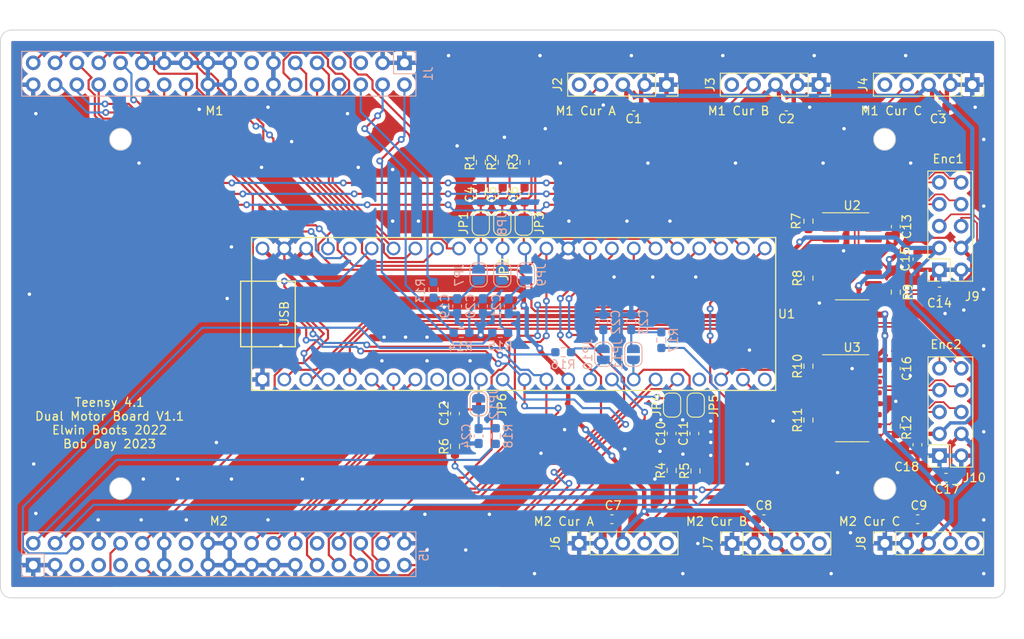
<source format=kicad_pcb>
(kicad_pcb (version 20221018) (generator pcbnew)
  (title_block (title "Teensy 4.1 Dual Motor Board") (date "2022-01-30") (rev "1") (company "Elwin Boots"))
  (layers (0 "F.Cu" signal) (31 "B.Cu" signal) (34 "B.Paste" user) (35 "F.Paste" user) (36 "B.SilkS" user "B.Silkscreen") (37 "F.SilkS" user "F.Silkscreen") (38 "B.Mask" user) (39 "F.Mask" user) (44 "Edge.Cuts" user))
  (net 0 "")
  (net 1 "I_PH_A_Filt")
  (net 2 "GND")
  (net 3 "I_PH_A2_Filt")
  (net 4 "I_PH_B_Filt")
  (net 5 "I_PH_B2_Filt")
  (net 6 "I_PH_C_Filt")
  (net 7 "I_PH_C2_Filt")
  (net 8 "+3V3")
  (net 9 "PWRGD2")
  (net 10 "nOCTW2")
  (net 11 "nFAULT2")
  (net 12 "nSCS2")
  (net 13 "SDI")
  (net 14 "SDO")
  (net 15 "SCLK")
  (net 16 "EN-GATE2")
  (net 17 "INH-A2")
  (net 18 "INH-B2")
  (net 19 "INH-C2")
  (net 20 "VPDD-O2")
  (net 21 "EMF-A2")
  (net 22 "EMF-B2")
  (net 23 "EMF-C2")
  (net 24 "PWRGD")
  (net 25 "nOCTW")
  (net 26 "nFAULT")
  (net 27 "nSCS")
  (net 28 "EN-GATE")
  (net 29 "INH-A")
  (net 30 "INH-B")
  (net 31 "INH-C")
  (net 32 "VPDD-O")
  (net 33 "EMF-A")
  (net 34 "EMF-B")
  (net 35 "EMF-C")
  (net 36 "I_PH_A2")
  (net 37 "I_PH_A")
  (net 38 "I_PH_B2")
  (net 39 "I_PH_B")
  (net 40 "I_PH_C2")
  (net 41 "I_PH_C")
  (net 42 "ENC1_A+")
  (net 43 "ENC1_A-")
  (net 44 "ENC1_B+")
  (net 45 "ENC1_B-")
  (net 46 "ENC1_I+")
  (net 47 "ENC1_I-")
  (net 48 "+5V")
  (net 49 "ENC2_A+")
  (net 50 "ENC2_A-")
  (net 51 "ENC2_B+")
  (net 52 "ENC2_B-")
  (net 53 "ENC2_I+")
  (net 54 "ENC2_I-")
  (net 55 "ENC1_A")
  (net 56 "ENC1_B")
  (net 57 "ENC1_I")
  (net 58 "ENC2_A")
  (net 59 "ENC2_B")
  (net 60 "ENC2_I")
  (net 61 "Net-(JP4-A)")
  (net 62 "Net-(JP1-A)")
  (net 63 "Net-(JP2-A)")
  (net 64 "Net-(JP5-A)")
  (net 65 "Net-(JP3-A)")
  (net 66 "Net-(JP6-A)")
  (net 67 "Net-(JP7-A)")
  (net 68 "Net-(JP8-A)")
  (net 69 "Net-(JP9-A)")
  (net 70 "Net-(JP10-A)")
  (net 71 "Net-(JP11-A)")
  (net 72 "Net-(JP12-A)")
  (net 73 "I_LS_C")
  (net 74 "I_LS_B")
  (net 76 "I_LS_A")
  (net 84 "I_LS_C2")
  (net 85 "I_LS_B2")
  (net 87 "I_LS_A2")
  (footprint "Resistor_SMD:R_0603_1608Metric_Pad0.98x0.95mm_HandSolder" (layer "F.Cu") (at 82.55 96.6625 -90)
    (fp_text reference "R2")
    (fp_text value "1k")
  )
  (footprint "Resistor_SMD:R_0603_1608Metric_Pad0.98x0.95mm_HandSolder" (layer "F.Cu") (at 118.11 110.1325 -90)
    (fp_text reference "R8")
    (fp_text value "120")
  )
  (footprint "Resistor_SMD:R_0603_1608Metric_Pad0.98x0.95mm_HandSolder" (layer "F.Cu") (at 85.09 96.6625 -90)
    (fp_text reference "R3")
    (fp_text value "1k")
  )
  (footprint "Capacitor_SMD:C_0603_1608Metric_Pad1.08x0.95mm_HandSolder" (layer "F.Cu") (at 82.55 100.4 90)
    (fp_text reference "C5")
    (fp_text value "15n")
  )
  (footprint "Jumper:SolderJumper-2_P1.3mm_Bridged_RoundedPad1.0x1.5mm" (layer "F.Cu") (at 80 103.75 -90)
    (fp_text reference "JP1")
    (fp_text value "PH_A_SEL")
  )
  (footprint "Resistor_SMD:R_0603_1608Metric_Pad0.98x0.95mm_HandSolder" (layer "F.Cu") (at 128.27 111.76 -90)
    (fp_text reference "R9")
    (fp_text value "120")
  )
  (footprint "Resistor_SMD:R_0603_1608Metric_Pad0.98x0.95mm_HandSolder" (layer "F.Cu") (at 80.01 96.6625 -90)
    (fp_text reference "R1")
    (fp_text value "1k")
  )
  (footprint "Jumper:SolderJumper-2_P1.3mm_Bridged_RoundedPad1.0x1.5mm" (layer "F.Cu") (at 82.5 103.75 -90)
    (fp_text reference "JP2")
    (fp_text value "PH_B_SEL")
  )
  (footprint "Connector_PinSocket_2.54mm:PinSocket_1x05_P2.54mm_Vertical" (layer "F.Cu") (at 127 140.97 90)
    (fp_text reference "J8")
    (fp_text value "Conn_01x05")
  )
  (footprint "Resistor_SMD:R_0603_1608Metric_Pad0.98x0.95mm_HandSolder" (layer "F.Cu") (at 128.27 127.3575 -90)
    (fp_text reference "R12")
    (fp_text value "120")
  )
  (footprint "Connector_PinSocket_2.54mm:PinSocket_1x05_P2.54mm_Vertical" (layer "F.Cu") (at 101.6 87.63 -90)
    (fp_text reference "J2")
    (fp_text value "Conn_01x05")
  )
  (footprint "Connector_PinSocket_2.54mm:PinSocket_1x05_P2.54mm_Vertical" (layer "F.Cu") (at 137.16 87.63 -90)
    (fp_text reference "J4")
    (fp_text value "Conn_01x05")
  )
  (footprint "Resistor_SMD:R_0603_1608Metric_Pad0.98x0.95mm_HandSolder" (layer "F.Cu") (at 104.97 132.55 90)
    (fp_text reference "R5")
    (fp_text value "1k")
  )
  (footprint "Package_SO:SOIC-16_3.9x9.9mm_P1.27mm" (layer "F.Cu") (at 123.19 107.5925)
    (fp_text reference "U2")
    (fp_text value "AM26LV32xD")
  )
  (footprint "Capacitor_SMD:C_0603_1608Metric_Pad1.08x0.95mm_HandSolder" (layer "F.Cu") (at 130.79 129.51 90)
    (fp_text reference "C18")
    (fp_text value "0.1u")
  )
  (footprint "Jumper:SolderJumper-2_P1.3mm_Bridged_RoundedPad1.0x1.5mm" (layer "F.Cu") (at 102.25 124.9 90)
    (fp_text reference "JP4")
    (fp_text value "PH_A2_SEL")
  )
  (footprint "Capacitor_SMD:C_0603_1608Metric_Pad1.08x0.95mm_HandSolder" (layer "F.Cu") (at 77 125.8875 -90)
    (fp_text reference "C12")
    (fp_text value "15n")
  )
  (footprint "Capacitor_SMD:C_0603_1608Metric_Pad1.08x0.95mm_HandSolder" (layer "F.Cu") (at 80.01 100.4 90)
    (fp_text reference "C4")
    (fp_text value "15n")
  )
  (footprint "Capacitor_SMD:C_0603_1608Metric_Pad1.08x0.95mm_HandSolder" (layer "F.Cu") (at 128.27 104.14 90)
    (fp_text reference "C13")
    (fp_text value "0.1u")
  )
  (footprint "Connector_PinSocket_2.54mm:PinSocket_2x05_P2.54mm_Vertical" (layer "F.Cu") (at 133.33 109.16 180)
    (fp_text reference "J9")
    (fp_text value "Conn_02x05_Odd_Even")
  )
  (footprint "Resistor_SMD:R_0603_1608Metric_Pad0.98x0.95mm_HandSolder" (layer "F.Cu") (at 77 129.6975 90)
    (fp_text reference "R6")
    (fp_text value "1k")
  )
  (footprint "Jumper:SolderJumper-2_P1.3mm_Bridged_RoundedPad1.0x1.5mm" (layer "F.Cu") (at 105 124.9 90)
    (fp_text reference "JP5")
    (fp_text value "PH_B2_SEL")
  )
  (footprint "Resistor_SMD:R_0603_1608Metric_Pad0.98x0.95mm_HandSolder" (layer "F.Cu") (at 118.11 120.3725 90)
    (fp_text reference "R10")
    (fp_text value "120")
  )
  (footprint "Connector_PinSocket_2.54mm:PinSocket_2x05_P2.54mm_Vertical" (layer "F.Cu") (at 133.35 130.78 180)
    (fp_text reference "J10")
    (fp_text value "Conn_02x05_Odd_Even")
  )
  (footprint "Resistor_SMD:R_0603_1608Metric_Pad0.98x0.95mm_HandSolder" (layer "F.Cu") (at 102.2 132.5 90)
    (fp_text reference "R4")
    (fp_text value "1k")
  )
  (footprint "Capacitor_SMD:C_0603_1608Metric_Pad1.08x0.95mm_HandSolder" (layer "F.Cu") (at 134.112 133.35)
    (fp_text reference "C17")
    (fp_text value "0.1u")
  )
  (footprint "Connector_PinSocket_2.54mm:PinSocket_1x05_P2.54mm_Vertical" (layer "F.Cu") (at 91.44 140.97 90)
    (fp_text reference "J6")
    (fp_text value "Conn_01x05")
  )
  (footprint "Resistor_SMD:R_0603_1608Metric_Pad0.98x0.95mm_HandSolder" (layer "F.Cu") (at 118.11 103.505 90)
    (fp_text reference "R7")
    (fp_text value "120")
  )
  (footprint "Capacitor_SMD:C_0603_1608Metric_Pad1.08x0.95mm_HandSolder" (layer "F.Cu") (at 133.35 111.7)
    (fp_text reference "C14")
    (fp_text value "0.1u")
  )
  (footprint "Capacitor_SMD:C_0603_1608Metric_Pad1.08x0.95mm_HandSolder" (layer "F.Cu") (at 112.9295 138.176)
    (fp_text reference "C8")
    (fp_text value "0.1u")
  )
  (footprint "Package_SO:SOIC-16_3.9x9.9mm_P1.27mm" (layer "F.Cu") (at 123.19 124.1025)
    (fp_text reference "U3")
    (fp_text value "AM26LV32xD")
  )
  (footprint "Capacitor_SMD:C_0603_1608Metric_Pad1.08x0.95mm_HandSolder" (layer "F.Cu") (at 130.79 107.92 90)
    (fp_text reference "C15")
    (fp_text value "0.1u")
  )
  (footprint "Connector_PinSocket_2.54mm:PinSocket_1x05_P2.54mm_Vertical" (layer "F.Cu") (at 109.22 140.995 90)
    (fp_text reference "J7")
    (fp_text value "Conn_01x05")
  )
  (footprint "Resistor_SMD:R_0603_1608Metric_Pad0.98x0.95mm_HandSolder" (layer "F.Cu") (at 118.11 126.6425 -90)
    (fp_text reference "R11")
    (fp_text value "120")
  )
  (footprint "Capacitor_SMD:C_0603_1608Metric_Pad1.08x0.95mm_HandSolder" (layer "F.Cu") (at 102.2 128.2 -90)
    (fp_text reference "C10")
    (fp_text value "15n")
  )
  (footprint "Capacitor_SMD:C_0603_1608Metric_Pad1.08x0.95mm_HandSolder" (layer "F.Cu") (at 95.25 138.176)
    (fp_text reference "C7")
    (fp_text value "0.1u")
  )
  (footprint "Capacitor_SMD:C_0603_1608Metric_Pad1.08x0.95mm_HandSolder" (layer "F.Cu") (at 128.27 120.65 90)
    (fp_text reference "C16")
    (fp_text value "0.1u")
  )
  (footprint "Capacitor_SMD:C_0603_1608Metric_Pad1.08x0.95mm_HandSolder" (layer "F.Cu") (at 85.09 100.4 90)
    (fp_text reference "C6")
    (fp_text value "15n")
  )
  (footprint "Teensy:Teensy41" (layer "F.Cu") (at 83.82 114.3)
    (fp_text reference "U1")
    (fp_text value "Teensy4.1")
  )
  (footprint "Jumper:SolderJumper-2_P1.3mm_Bridged_RoundedPad1.0x1.5mm" (layer "F.Cu") (at 79.75 124.75 90)
    (fp_text reference "JP6")
    (fp_text value "PH_C2_SEL")
  )
  (footprint "Capacitor_SMD:C_0603_1608Metric_Pad1.08x0.95mm_HandSolder" (layer "F.Cu") (at 104.84 128.2 -90)
    (fp_text reference "C11")
    (fp_text value "15n")
  )
  (footprint "Capacitor_SMD:C_0603_1608Metric_Pad1.08x0.95mm_HandSolder" (layer "F.Cu") (at 130.81 138.176)
    (fp_text reference "C9")
    (fp_text value "0.1u")
  )
  (footprint "Capacitor_SMD:C_0603_1608Metric_Pad1.08x0.95mm_HandSolder" (layer "F.Cu") (at 115.54 90.17 180)
    (fp_text reference "C2")
    (fp_text value "0.1u")
  )
  (footprint "Capacitor_SMD:C_0603_1608Metric_Pad1.08x0.95mm_HandSolder" (layer "F.Cu") (at 97.79 90.17 180)
    (fp_text reference "C1")
    (fp_text value "0.1u")
  )
  (footprint "Capacitor_SMD:C_0603_1608Metric_Pad1.08x0.95mm_HandSolder" (layer "F.Cu") (at 133.35 90.17 180)
    (fp_text reference "C3")
    (fp_text value "0.1u")
  )
  (footprint "Jumper:SolderJumper-2_P1.3mm_Bridged_RoundedPad1.0x1.5mm" (layer "F.Cu") (at 85 103.75 -90)
    (fp_text reference "JP3")
    (fp_text value "PH_C_SEL")
  )
  (footprint "Connector_PinSocket_2.54mm:PinSocket_1x05_P2.54mm_Vertical" (layer "F.Cu") (at 119.35 87.63 -90)
    (fp_text reference "J3")
    (fp_text value "Conn_01x05")
  )
  (footprint "Jumper:SolderJumper-2_P1.3mm_Open_RoundedPad1.0x1.5mm" (layer "B.Cu") (at 97.75 119 -90)
    (fp_text reference "JP11")
    (fp_text value "LS_B2_SEL")
  )
  (footprint "Capacitor_SMD:C_0603_1608Metric_Pad1.08x0.95mm_HandSolder" (layer "B.Cu") (at 83.25 113.3875 -90)
    (fp_text reference "C21")
    (fp_text value "15n")
  )
  (footprint "Capacitor_SMD:C_0603_1608Metric_Pad1.08x0.95mm_HandSolder" (layer "B.Cu") (at 77.25 113.3875 -90)
    (fp_text reference "C19")
    (fp_text value "15n")
  )
  (footprint "Resistor_SMD:R_0603_1608Metric_Pad0.98x0.95mm_HandSolder" (layer "B.Cu") (at 101 117.3375 90)
    (fp_text reference "R17")
    (fp_text value "1k")
  )
  (footprint "Jumper:SolderJumper-2_P1.3mm_Open_RoundedPad1.0x1.5mm" (layer "B.Cu") (at 94.25 119 -90)
    (fp_text reference "JP10")
    (fp_text value "LS_A2_SEL")
  )
  (footprint "Jumper:SolderJumper-2_P1.3mm_Open_RoundedPad1.0x1.5mm" (layer "B.Cu") (at 85.25 109.75 90)
    (fp_text reference "JP9")
    (fp_text value "LS_C_SEL")
  )
  (footprint "Resistor_SMD:R_0603_1608Metric_Pad0.98x0.95mm_HandSolder" (layer "B.Cu") (at 81.75 128.5 90)
    (fp_text reference "R18")
    (fp_text value "1k")
  )
  (footprint "Jumper:SolderJumper-2_P1.3mm_Open_RoundedPad1.0x1.5mm" (layer "B.Cu") (at 79.75 124.75 90)
    (fp_text reference "JP12")
    (fp_text value "LS_C2_SEL")
  )
  (footprint "Jumper:SolderJumper-2_P1.3mm_Open_RoundedPad1.0x1.5mm" (layer "B.Cu") (at 82.5 109.75 90)
    (fp_text reference "JP8")
    (fp_text value "LS_B_SEL")
  )
  (footprint "Jumper:SolderJumper-2_P1.3mm_Open_RoundedPad1.0x1.5mm" (layer "B.Cu") (at 79.75 109.75 90)
    (fp_text reference "JP7")
    (fp_text value "LS_A_SEL")
  )
  (footprint "Capacitor_SMD:C_0603_1608Metric_Pad1.08x0.95mm_HandSolder" (layer "B.Cu") (at 97.5 115.25 90)
    (fp_text reference "C23")
    (fp_text value "15n")
  )
  (footprint "Connector_PinSocket_2.54mm:PinSocket_2x18_P2.54mm_Vertical" (layer "B.Cu") (at 71.12 85.09 90)
    (fp_text reference "J1")
    (fp_text value "Conn_02x18_Odd_Even")
  )
  (footprint "Capacitor_SMD:C_0603_1608Metric_Pad1.08x0.95mm_HandSolder" (layer "B.Cu") (at 80.25 113.3875 -90)
    (fp_text reference "C20")
    (fp_text value "15n")
  )
  (footprint "Connector_PinSocket_2.54mm:PinSocket_2x18_P2.54mm_Vertical" (layer "B.Cu") (at 27.94 143.51 -90)
    (fp_text reference "J5")
    (fp_text value "Conn_02x18_Odd_Even")
  )
  (footprint "Resistor_SMD:R_0603_1608Metric_Pad0.98x0.95mm_HandSolder" (layer "B.Cu") (at 77.75 116.5)
    (fp_text reference "R14")
    (fp_text value "1k")
  )
  (footprint "Resistor_SMD:R_0603_1608Metric_Pad0.98x0.95mm_HandSolder" (layer "B.Cu") (at 82.25 116.5)
    (fp_text reference "R15")
    (fp_text value "1k")
  )
  (footprint "Resistor_SMD:R_0603_1608Metric_Pad0.98x0.95mm_HandSolder" (layer "B.Cu") (at 74.5 111.5 -90)
    (fp_text reference "R13")
    (fp_text value "1k")
  )
  (footprint "Resistor_SMD:R_0603_1608Metric_Pad0.98x0.95mm_HandSolder" (layer "B.Cu") (at 89.5875 118.75)
    (fp_text reference "R16")
    (fp_text value "1k")
  )
  (footprint "Capacitor_SMD:C_0603_1608Metric_Pad1.08x0.95mm_HandSolder" (layer "B.Cu") (at 94.25 115.25 90)
    (fp_text reference "C22")
    (fp_text value "15n")
  )
  (footprint "Capacitor_SMD:C_0603_1608Metric_Pad1.08x0.95mm_HandSolder" (layer "B.Cu") (at 79.75 128.5 -90)
    (fp_text reference "C24")
    (fp_text value "15n")
  )
  (gr_arc (start 139.7 81.280001) (mid 140.589469 81.662677) (end 140.977747 82.549716) (stroke (width 0.1)) (layer "Edge.Cuts"))
  (gr_circle (center 127 134.62) (end 128.27 134.62) (stroke (width 0.1)) (fill none) (layer "Edge.Cuts"))
  (gr_line (start 24.13 145.542) (end 24.13 146.05) (stroke (width 0.1)) (layer "Edge.Cuts"))
  (gr_circle (center 126.964625 93.98) (end 128.234625 93.98) (stroke (width 0.1)) (fill none) (layer "Edge.Cuts"))
  (gr_line (start 139.7 81.28) (end 25.4 81.28) (stroke (width 0.1)) (layer "Edge.Cuts"))
  (gr_line (start 25.4 147.32) (end 139.7 147.32) (stroke (width 0.1)) (layer "Edge.Cuts"))
  (gr_arc (start 140.97 146.05) (mid 140.598026 146.948026) (end 139.7 147.32) (stroke (width 0.1)) (layer "Edge.Cuts"))
  (gr_line (start 24.13 82.55) (end 24.13 145.542) (stroke (width 0.1)) (layer "Edge.Cuts"))
  (gr_arc (start 24.13 82.55) (mid 24.501974 81.651974) (end 25.4 81.28) (stroke (width 0.1)) (layer "Edge.Cuts"))
  (gr_circle (center 38.1 134.62) (end 39.37 134.62) (stroke (width 0.1)) (fill none) (layer "Edge.Cuts"))
  (gr_arc (start 25.4 147.32) (mid 24.501974 146.948026) (end 24.13 146.05) (stroke (width 0.1)) (layer "Edge.Cuts"))
  (gr_circle (center 38.1 93.98) (end 39.37 93.98) (stroke (width 0.1)) (fill none) (layer "Edge.Cuts"))
  (gr_line (start 140.97 146.05) (end 140.97 82.55) (stroke (width 0.1)) (layer "Edge.Cuts"))
  (gr_text "Teensy 4.1\nDual Motor Board V1.1\nElwin Boots 2022\nBob Day 2023" (at 36.83 127) (layer "F.SilkS") (effects (font (size 1 1))))
  (gr_text "M1 Cur C\n" (at 127.762 90.678) (layer "F.SilkS") (effects (font (size 1 1))))
  (gr_text "M2\n\n" (at 49.53 139.192) (layer "F.SilkS") (effects (font (size 1 1))))
  (gr_text "M2 Cur C" (at 125.222 138.43) (layer "F.SilkS") (effects (font (size 1 1))))
  (gr_text "M2 Cur B" (at 107.442 138.43) (layer "F.SilkS") (effects (font (size 1 1))))
  (gr_text "Enc2" (at 134.112 117.856) (layer "F.SilkS") (effects (font (size 1 1))))
  (gr_text "M2 Cur A" (at 89.662 138.43) (layer "F.SilkS") (effects (font (size 1 1))))
  (gr_text "Enc1" (at 134.366 96.266) (layer "F.SilkS") (effects (font (size 1 1))))
  (gr_text "M1 Cur B" (at 109.982 90.678) (layer "F.SilkS") (effects (font (size 1 1))))
  (gr_text "M1\n" (at 49.022 90.678) (layer "F.SilkS") (effects (font (size 1 1))))
  (gr_text "M1 Cur A" (at 92.202 90.678) (layer "F.SilkS") (effects (font (size 1 1))))
  (segment (start 80 104.4) (end 80 106.67) (width 0.25) (layer "F.Cu") (net 1))
  (segment (start 80 106.67) (end 80.01 106.68) (width 0.25) (layer "F.Cu") (net 1))
  (segment (start 79.75 109.1) (end 79.75 106.94) (width 0.25) (layer "B.Cu") (net 1))
  (segment (start 79.75 106.94) (end 80.01 106.68) (width 0.25) (layer "B.Cu") (net 1))
  (segment (start 132.4875 110.0025) (end 133.33 109.16) (width 0.5) (layer "F.Cu") (net 2))
  (segment (start 104.4625 129.0625) (end 103.48 128.08) (width 0.25) (layer "F.Cu") (net 2))
  (segment (start 98.6525 88.0375) (end 99.06 87.63) (width 0.5) (layer "F.Cu") (net 2))
  (segment (start 126.041072 108.2275) (end 128.27 105.998572) (width 0.25) (layer "F.Cu") (net 2))
  (segment (start 129 108.84) (end 129.0575 108.7825) (width 0.25) (layer "F.Cu") (net 2))
  (segment (start 100.94 128.14) (end 100.94 126.6175) (width 0.25) (layer "F.Cu") (net 2))
  (segment (start 133.35 133.2495) (end 133.35 130.78) (width 0.25) (layer "F.Cu") (net 2))
  (segment (start 134.2125 88.0375) (end 134.62 87.63) (width 0.5) (layer "F.Cu") (net 2))
  (segment (start 134.2125 90.17) (end 134.2125 88.0375) (width 0.5) (layer "F.Cu") (net 2))
  (segment (start 129.9475 138.76) (end 129.9475 140.5625) (width 0.5) (layer "F.Cu") (net 2))
  (segment (start 121.6425 123.4675) (end 120.715 123.4675) (width 0.25) (layer "F.Cu") (net 2))
  (segment (start 82.55 99.61) (end 82.55 99.832308) (width 0.25) (layer "F.Cu") (net 2))
  (segment (start 132.4875 111.7) (end 132.4875 110.0025) (width 0.5) (layer "F.Cu") (net 2))
  (segment (start 112.1975 140.5575) (end 111.76 140.995) (width 0.5) (layer "F.Cu") (net 2))
  (segment (start 57.15 107.9) (end 57.75 108.5) (width 0.25) (layer "F.Cu") (net 2))
  (segment (start 129.0575 108.7825) (end 130.79 108.7825) (width 0.25) (layer "F.Cu") (net 2))
  (segment (start 133.2495 133.35) (end 133.35 133.2495) (width 0.25) (layer "F.Cu") (net 2))
  (segment (start 112.0375 138.76) (end 112.0375 140.7175) (width 0.5) (layer "F.Cu") (net 2))
  (segment (start 128.9425 108.7825) (end 129 108.84) (width 0.25) (layer "F.Cu") (net 2))
  (segment (start 103.73 126.8675) (end 103.73 130.38) (width 0.25) (layer "F.Cu") (net 2))
  (segment (start 98.6525 90.17) (end 98.6525 88.0375) (width 0.5) (layer "F.Cu") (net 2))
  (segment (start 128.27 105.998572) (end 128.27 105.0025) (width 0.25) (layer "F.Cu") (net 2))
  (segment (start 112.0375 140.7175) (end 111.76 140.995) (width 0.5) (layer "F.Cu") (net 2))
  (segment (start 104.84 129.0625) (end 104.4625 129.0625) (width 0.25) (layer "F.Cu") (net 2))
  (segment (start 125.665 108.2275) (end 126.041072 108.2275) (width 0.25) (layer "F.Cu") (net 2))
  (segment (start 75.73 125.48) (end 75.73 124.6175) (width 0.25) (layer "F.Cu") (net 2))
  (segment (start 120.715 112.0375) (end 119.7225 113.03) (width 0.25) (layer "F.Cu") (net 2))
  (segment (start 121.478928 128.5475) (end 120.715 128.5475) (width 0.25) (layer "F.Cu") (net 2))
  (segment (start 80.01 99.61) (end 80.01 99.8375) (width 0.25) (layer "F.Cu") (net 2))
  (segment (start 101.55 128.75) (end 100.94 128.14) (width 0.25) (layer "F.Cu") (net 2))
  (segment (start 82.55 99.832308) (end 81.274808 101.1075) (width 0.25) (layer "F.Cu") (net 2))
  (segment (start 129.9475 140.5625) (end 129.54 140.97) (width 0.5) (layer "F.Cu") (net 2))
  (segment (start 125.665 124.7375) (end 125.288928 124.7375) (width 0.25) (layer "F.Cu") (net 2))
  (segment (start 131.1675 109.16) (end 130.79 108.7825) (width 0.5) (layer "F.Cu") (net 2))
  (segment (start 85.09 99.61) (end 85.09 99.8375) (width 0.25) (layer "F.Cu") (net 2))
  (segment (start 131.1975 130.78) (end 130.79 130.3725) (width 0.25) (layer "F.Cu") (net 2))
  (segment (start 126.492 108.204) (end 127.0705 108.7825) (width 0.25) (layer "F.Cu") (net 2))
  (segment (start 116.4025 90.17) (end 116.4025 88.0375) (width 0.5) (layer "F.Cu") (net 2))
  (segment (start 133.35 130.78) (end 131.1975 130.78) (width 0.25) (layer "F.Cu") (net 2))
  (segment (start 80.01 99.8375) (end 78.74 101.1075) (width 0.25) (layer "F.Cu") (net 2))
  (segment (start 120.715 106.9575) (end 122.1975 106.9575) (width 0.5) (layer "F.Cu") (net 2))
  (segment (start 102.21 128.75) (end 101.55 128.75) (width 0.25) (layer "F.Cu") (net 2))
  (segment (start 123.19 121.92) (end 121.6425 123.4675) (width 0.25) (layer "F.Cu") (net 2))
  (segment (start 116.4025 88.0375) (end 116.81 87.63) (width 0.5) (layer "F.Cu") (net 2))
  (segment (start 127.0705 108.7825) (end 128.9425 108.7825) (width 0.25) (layer "F.Cu") (net 2))
  (segment (start 103.48 126.6175) (end 103.73 126.8675) (width 0.25) (layer "F.Cu") (net 2))
  (segment (start 123.19 120.65) (end 123.19 121.92) (width 0.25) (layer "F.Cu") (net 2))
  (segment (start 127.9925 124.7375) (end 128.27 124.46) (width 0.25) (layer "F.Cu") (net 2))
  (segment (start 85.09 99.8375) (end 83.82 101.1075) (width 0.25) (layer "F.Cu") (net 2))
  (segment (start 125.665 124.7375) (end 127.9925 124.7375) (width 0.25) (layer "F.Cu") (net 2))
  (segment (start 133.33 109.16) (end 135.87 109.16) (width 0.5) (layer "F.Cu") (net 2))
  (segment (start 77 126.75) (end 75.73 125.48) (width 0.25) (layer "F.Cu") (net 2))
  (segment (start 94.3875 138.76) (end 94.3875 140.5625) (width 0.5) (layer "F.Cu") (net 2))
  (segment (start 57.15 106.68) (end 57.15 107.9) (width 0.25) (layer "F.Cu") (net 2))
  (segment (start 125.288928 124.7375) (end 121.478928 128.5475) (width 0.25) (layer "F.Cu") (net 2))
  (segment (start 133.33 109.16) (end 131.1675 109.16) (width 0.5) (layer "F.Cu") (net 2))
  (segment (start 128.27 121.5125) (end 129.9475 121.5125) (width 0.25) (layer "F.Cu") (net 2))
  (segment (start 119.7225 113.03) (end 119.38 113.03) (width 0.25) (layer "F.Cu") (net 2))
  (segment (start 94.3875 140.5625) (end 93.98 140.97) (width 0.5) (layer "F.Cu") (net 2))
  (segment (start 103.73 130.38) (end 103.51 130.6) (width 0.25) (layer "F.Cu") (net 2))
  (segment (start 103.48 128.08) (end 103.48 126.6175) (width 0.25) (layer "F.Cu") (net 2))
  (via (at 28 131.75) (size 0.8) (drill 0.4) (layers "F.Cu" "B.Cu") (net 2))
  (via (at 106.75 130.75) (size 0.8) (drill 0.4) (layers "F.Cu" "B.Cu") (net 2))
  (via (at 108.149999 84.25) (size 0.8) (drill 0.4) (layers "F.Cu" "B.Cu") (net 2))
  (via (at 120.75 144.5) (size 0.8) (drill 0.4) (layers "F.Cu" "B.Cu") (net 2))
  (via (at 138.5 101.75) (size 0.8) (drill 0.4) (layers "F.Cu" "B.Cu") (net 2))
  (via (at 86.883333 84.25) (size 0.8) (drill 0.4) (layers "F.Cu" "B.Cu") (net 2))
  (via (at 55.25 90.25) (size 0.8) (drill 0.4) (layers "F.Cu" "B.Cu") (net 2))
  (via (at 100.25 133.5) (size 0.8) (drill 0.4) (layers "F.Cu" "B.Cu") (net 2))
  (via (at 106.75 128) (size 0.8) (drill 0.4) (layers "F.Cu" "B.Cu") (net 2))
  (via (at 119.38 113.03) (size 0.8) (drill 0.4) (layers "F.Cu" "B.Cu") (net 2))
  (via (at 78.74 101.1075) (size 0.8) (drill 0.4) (layers "F.Cu" "B.Cu") (net 2))
  (via (at 87 130.5) (size 0.8) (drill 0.4) (layers "F.Cu" "B.Cu") (net 2))
  (via (at 114 126.75) (size 0.8) (drill 0.4) (layers "F.Cu" "B.Cu") (net 2))
  (via (at 56.75 118) (size 0.8) (drill 0.4) (layers "F.Cu" "B.Cu") (net 2))
  (via (at 51 133.5) (size 0.8) (drill 0.4) (layers "F.Cu" "B.Cu") (net 2))
  (via (at 90.25 103.5) (size 0.8) (drill 0.4) (layers "F.Cu" "B.Cu") (net 2))
  (via (at 45.75 138.25) (size 0.8) (drill 0.4) (layers "F.Cu" "B.Cu") (net 2))
  (via (at 73.5 137.6) (size 0.8) (drill 0.4) (layers "F.Cu" "B.Cu") (net 2))
  (via (at 138.5 128) (size 0.8) (drill 0.4) (layers "F.Cu" "B.Cu") (net 2))
  (via (at 59.25 133.5) (size 0.8) (drill 0.4) (layers "F.Cu" "B.Cu") (net 2))
  (via (at 136.18 113.84) (size 0.8) (drill 0.4) (layers "F.Cu" "B.Cu") (net 2))
  (via (at 78.25 141.75) (size 0.8) (drill 0.4) (layers "F.Cu" "B.Cu") (net 2))
  (via (at 75.75 113.5) (size 0.8) (drill 0.4) (layers "F.Cu" "B.Cu") (net 2))
  (via (at 78.75 119.75) (size 0.8) (drill 0.4) (layers "F.Cu" "B.Cu") (net 2))
  (via (at 128.27 124.46) (size 0.8) (drill 0.4) (layers "F.Cu" "B.Cu") (net 2))
  (via (at 129.9475 121.5125) (size 0.8) (drill 0.4) (layers "F.Cu" "B.Cu") (net 2))
  (via (at 27.5 112) (size 0.8) (drill 0.4) (layers "F.Cu" "B.Cu") (net 2))
  (via (at 72.75 103.5) (size 0.8) (drill 0.4) (layers "F.Cu" "B.Cu") (net 2))
  (via (at 81 137.6) (size 0.8) (drill 0.4) (layers "F.Cu" "B.Cu") (net 2))
  (via (at 49.25 129.25) (size 0.8) (drill 0.4) (layers "F.Cu" "B.Cu") (net 2))
  (via (at 97 103.5) (size 0.8) (drill 0.4) (layers "F.Cu" "B.Cu") (net 2))
  (via (at 109.625 96.75) (size 0.8) (drill 0.4) (layers "F.Cu" "B.Cu") (net 2))
  (via (at 68.75 117) (size 0.8) (drill 0.4) (layers "F.Cu" "B.Cu") (net 2))
  (via (at 122.25 92.75) (size 0.8) (drill 0.4) (layers "F.Cu" "B.Cu") (net 2))
  (via (at 83.82 101.1075) (size 0.8) (drill 0.4) (layers "F.Cu" "B.Cu") (net 2))
  (via (at 105 110) (size 0.8) (drill 0.4) (layers "F.Cu" "B.Cu") (net 2))
  (via (at 129 108.84) (size 0.8) (drill 0.4) (layers "F.Cu" "B.Cu") (net 2))
  (via (at 40.5 138.25) (size 0.8) (drill 0.4) (layers "F.Cu" "B.Cu") (net 2))
  (via (at 99.4375 96.75) (size 0.8) (drill 0.4) (layers "F.Cu" "B.Cu") (net 2))
  (via (at 75.73 124.6175) (size 0.8) (drill 0.4) (layers "F.Cu" "B.Cu") (net 2))
  (via (at 100.84 130.27) (size 0.8) (drill 0.4) (layers "F.Cu" "B.Cu") (net 2))
  (via (at 58 94.25) (size 0.8) (drill 0.4) (layers "F.Cu" "B.Cu") (net 2))
  (via (at 77.25 94.75) (size 0.8) (drill 0.4) (layers "F.Cu" "B.Cu") (net 2))
  (via (at 138.5 94) (size 0.8) (drill 0.4) (layers "F.Cu" "B.Cu") (net 2))
  (via (at 122.1975 106.9575) (size 0.8) (drill 0.4) (layers "F.Cu" "B.Cu") (net 2))
  (via (at 123.19 120.65) (size 0.8) (drill 0.4) (layers "F.Cu" "B.Cu") (net 2))
  (via (at 65.75 97.25) (size 0.8) (drill 0.4) (layers "F.Cu" "B.Cu") (net 2))
  (via (at 80 116.75) (size 0.8) (drill 0.4) (layers "F.Cu" "B.Cu") (net 2))
  (via (at 130 96.75) (size 0.8) (drill 0.4) (layers "F.Cu" "B.Cu") (net 2))
  (via (at 69.75 97.5) (size 0.8) (drill 0.4) (layers "F.Cu" "B.Cu") (net 2))
  (via (at 40.75 133.5) (size 0.8) (drill 0.4) (layers "F.Cu" "B.Cu") (net 2))
  (via (at 100.94 126.6175) (size 0.8) (drill 0.4) (layers "F.Cu" "B.Cu") (net 2))
  (via (at 40.25 96.75) (size 0.8) (drill 0.4) (layers "F.Cu" "B.Cu") (net 2))
  (via (at 51 106.5) (size 0.8) (drill 0.4) (layers "F.Cu" "B.Cu") (net 2))
  (via (at 106.75 129.25) (size 0.8) (drill 0.4) (layers "F.Cu" "B.Cu") (net 2))
  (via (at 89.75 127.75) (size 0.8) (drill 0.4) (layers "F.Cu" "B.Cu") (net 2))
  (via (at 73.75 119.75) (size 0.8) (drill 0.4) (layers "F.Cu" "B.Cu") (net 2))
  (via (at 103.51 130.6) (size 0.8) (drill 0.4) (layers "F.Cu" "B.Cu") (net 2))
  (via (at 44.75 133.5) (size 0.8) (drill 0.4) (layers "F.Cu" "B.Cu") (net 2))
  (via (at 124.75 90.25) (size 0.8) (drill 0.4) (layers "F.Cu" "B.Cu") (net 2))
  (via (at 50.5 112.5) (size 0.8) (drill 0.4) (layers "F.Cu" "B.Cu") (net 2))
  (via (at 73.75 141.75) (size 0.8) (drill 0.4) (layers "F.Cu" "B.Cu") (net 2))
  (via (at 129.416665 84.25) (size 0.8) (drill 0.4) (layers "F.Cu" "B.Cu") (net 2))
  (via (at 94.25 90) (size 0.8) (drill 0.4) (layers "F.Cu" "B.Cu") (net 2))
  (via (at 138.48 111.43) (size 0.8) (drill 0.4) (layers "F.Cu" "B.Cu") (net 2))
  (via (at 97.516666 84.25) (size 0.8) (drill 0.4) (layers "F.Cu" "B.Cu") (net 2))
  (via (at 134 114.25) (size 0.8) (drill 0.4) (layers "F.Cu" "B.Cu") (net 2))
  (via (at 64.5 91) (size 0.8) (drill 0.4) (layers "F.Cu" "B.Cu") (net 2))
  (via (at 123 139.75) (size 0.8) (drill 0.4) (layers "F.Cu" "B.Cu") (net 2))
  (via (at 76.25 84.25) (size 0.8) (drill 0.4) (layers "F.Cu" "B.Cu") (net 2))
  (via (at 137.5 90.25) (size 0.8) (drill 0.4) (layers "F.Cu" "B.Cu") (net 2))
  (via (at 111.25 118.5) (size 0.8) (drill 0.4) (layers "F.Cu" "B.Cu") (net 2))
  (via (at 81.274808 101.1075) (size 0.8) (drill 0.4) (layers "F.Cu" "B.Cu") (net 2))
  (via (at 73.75 117) (size 0.8) (drill 0.4) (layers "F.Cu" "B.Cu") (net 2))
  (via (at 55.25 138.25) (size 0.8) (drill 0.4) (layers "F.Cu" "B.Cu") (net 2))
  (via (at 28.25 137.5) (size 0.8) (drill 0.4) (layers "F.Cu" "B.Cu") (net 2))
  (via (at 111 131.75) (size 0.8) (drill 0.4) (layers "F.Cu" "B.Cu") (net 2))
  (via (at 82.75 93.75) (size 0.8) (drill 0.4) (layers "F.Cu" "B.Cu") (net 2))
  (via (at 89.25 96.75) (size 0.8) (drill 0.4) (layers "F.Cu" "B.Cu") (net 2))
  (via (at 68.5 119.75) (size 0.8) (drill 0.4) (layers "F.Cu" "B.Cu") (net 2))
  (via (at 100 110) (size 0.8) (drill 0.4) (layers "F.Cu" "B.Cu") (net 2))
  (via (at 47.25 90.5) (size 0.8) (drill 0.4) (layers "F.Cu" "B.Cu") (net 2))
  (via (at 121.5 132.75) (size 0.8) (drill 0.4) (layers "F.Cu" "B.Cu") (net 2))
  (via (at 105.25 141) (size 0.8) (drill 0.4) (layers "F.Cu" "B.Cu") (net 2))
  (via (at 118.25 90.25) (size 0.8) (drill 0.4) (layers "F.Cu" "B.Cu") (net 2))
  (via (at 87.5 92.75) (size 0.8) (drill 0.4) (layers "F.Cu" "B.Cu") (net 2))
  (via (at 118.783332 84.25) (size 0.8) (drill 0.4) (layers "F.Cu" "B.Cu") (net 2))
  (via (at 96.75 130) (size 0.8) (drill 0.4) (layers "F.Cu" "B.Cu") (net 2))
  (via (at 35.5 138.25) (size 0.8) (drill 0.4) (layers "F.Cu" "B.Cu") (net 2))
  (via (at 106.75 126.75) (size 0.8) (drill 0.4) (layers "F.Cu" "B.Cu") (net 2))
  (via (at 138.5 144.5) (size 0.8) (drill 0.4) (layers "F.Cu" "B.Cu") (net 2))
  (via (at 102 103.5) (size 0.8) (drill 0.4) (layers "F.Cu" "B.Cu") (net 2))
  (via (at 138.5 118) (size 0.8) (drill 0.4) (layers "F.Cu" "B.Cu") (net 2))
  (via (at 86.25 144.5) (size 0.8) (drill 0.4) (layers "F.Cu" "B.Cu") (net 2))
  (via (at 138.5 138.25) (size 0.8) (drill 0.4) (layers "F.Cu" "B.Cu") (net 2))
  (via (at 103.5 144.5) (size 0.8) (drill 0.4) (layers "F.Cu" "B.Cu") (net 2))
  (via (at 54.5 97.25) (size 0.8) (drill 0.4) (layers "F.Cu" "B.Cu") (net 2))
  (via (at 28.25 91) (size 0.8) (drill 0.4) (layers "F.Cu" "B.Cu") (net 2))
  (via (at 103.48 126.6175) (size 0.8) (drill 0.4) (layers "F.Cu" "B.Cu") (net 2))
  (via (at 119.8125 96.75) (size 0.8) (drill 0.4) (layers "F.Cu" "B.Cu") (net 2))
  (via (at 69.75 103.5) (size 0.8) (drill 0.4) (layers "F.Cu" "B.Cu") (net 2))
  (via (at 71.25 117) (size 0.8) (drill 0.4) (layers "F.Cu" "B.Cu") (net 2))
  (via (at 95.5 110) (size 0.8) (drill 0.4) (layers "F.Cu" "B.Cu") (net 2))
  (segment (start 76.2 124.1475) (end 76.2 120.7) (width 0.25) (layer "B.Cu") (net 2))
  (segment (start 75.73 124.6175) (end 76.6825 124.6175) (width 0.25) (layer "B.Cu") (net 2))
  (segment (start 75.73 124.6175) (end 73.7 122.5875) (width 0.25) (layer "B.Cu") (net 2))
  (segment (start 76.6825 124.6175) (end 78.75 122.55) (width 0.25) (layer "B.Cu") (net 2))
  (segment (start 78.75 122.55) (end 78.75 119.75) (width 0.25) (layer "B.Cu") (net 2))
  (segment (start 75.73 124.6175) (end 76.2 124.1475) (width 0.25) (layer "B.Cu") (net 2))
  (segment (start 73.7 119.8) (end 73.75 119.75) (width 0.25) (layer "B.Cu") (net 2))
  (segment (start 73.7 122.5875) (end 73.7 119.8) (width 0.25) (layer "B.Cu") (net 2))
  (segment (start 76.2 120.7) (end 76.055 120.555) (width 0.25) (layer "B.Cu") (net 2))
  (segment (start 83.25 114.008695) (end 85.258695 112) (width 0.25) (layer "B.Cu") (net 2))
  (segment (start 83.25 114.25) (end 83.25 114.008695) (width 0.25) (layer "B.Cu") (net 2))
  (segment (start 102.25 124.1) (end 100.6 124.1) (width 0.25) (layer "F.Cu") (net 3))
  (segment (start 100.6 124.1) (end 100.5 124) (width 0.25) (layer "F.Cu") (net 3))
  (via (at 100.5 124) (size 0.8) (drill 0.4) (layers "F.Cu" "B.Cu") (net 3))
  (segment (start 94.65 119.65) (end 94.25 119.65) (width 0.25) (layer "B.Cu") (net 3))
  (segment (start 93.036889 121.92) (end 92.71 121.92) (width 0.25) (layer "B.Cu") (net 3))
  (segment (start 96.375 121.375) (end 94.65 119.65) (width 0.25) (layer "B.Cu") (net 3))
  (segment (start 100.5 124) (end 100.430158 123.930158) (width 0.25) (layer "B.Cu") (net 3))
  (segment (start 92.71 121.19) (end 92.71 121.92) (width 0.25) (layer "B.Cu") (net 3))
  (segment (start 100.430158 123.930158) (end 98.180158 123.930158) (width 0.25) (layer "B.Cu") (net 3))
  (segment (start 96.375 122.125) (end 96.375 121.375) (width 0.25) (layer "B.Cu") (net 3))
  (segment (start 94.25 119.65) (end 92.71 121.19) (width 0.25) (layer "B.Cu") (net 3))
  (segment (start 98.180158 123.930158) (end 96.375 122.125) (width 0.25) (layer "B.Cu") (net 3))
  (segment (start 82.5 106.63) (end 82.55 106.68) (width 0.25) (layer "F.Cu") (net 4))
  (segment (start 82.5 104.4) (end 82.5 106.63) (width 0.25) (layer "F.Cu") (net 4))
  (segment (start 82.5 109.1) (end 82.5 106.73) (width 0.25) (layer "B.Cu") (net 4))
  (segment (start 82.5 106.73) (end 82.55 106.68) (width 0.25) (layer "B.Cu") (net 4))
  (segment (start 98.915 120.795) (end 103.545 120.795) (width 0.25) (layer "F.Cu") (net 5))
  (segment (start 97.79 121.92) (end 98.915 120.795) (width 0.25) (layer "F.Cu") (net 5))
  (segment (start 104.285 121.535) (end 104.285 123.385) (width 0.25) (layer "F.Cu") (net 5))
  (segment (start 103.545 120.795) (end 104.285 121.535) (width 0.25) (layer "F.Cu") (net 5))
  (segment (start 104.285 123.385) (end 105 124.1) (width 0.25) (layer "F.Cu") (net 5))
  (segment (start 97.75 121.88) (end 97.79 121.92) (width 0.25) (layer "B.Cu") (net 5))
  (segment (start 97.75 119.65) (end 97.75 121.88) (width 0.25) (layer "B.Cu") (net 5))
  (segment (start 85 104.4) (end 85 106.59) (width 0.25) (layer "F.Cu") (net 6))
  (segment (start 85 106.59) (end 85.09 106.68) (width 0.25) (layer "F.Cu") (net 6))
  (segment (start 85.25 109.1) (end 85.25 106.84) (width 0.25) (layer "B.Cu") (net 6))
  (segment (start 85.25 106.84) (end 85.09 106.68) (width 0.25) (layer "B.Cu") (net 6))
  (segment (start 79.75 122.18) (end 80.01 121.92) (width 0.25) (layer "F.Cu") (net 7))
  (segment (start 79.75 124.1) (end 79.75 122.18) (width 0.25) (layer "F.Cu") (net 7))
  (segment (start 79.75 122.18) (end 80.01 121.92) (width 0.25) (layer "B.Cu") (net 7))
  (segment (start 79.75 124.1) (end 79.75 122.18) (width 0.25) (layer "B.Cu") (net 7))
  (segment (start 128.27 103.2775) (end 130.37125 105.37875) (width 0.25) (layer "F.Cu") (net 8))
  (segment (start 127.8 107.95) (end 130.37125 105.37875) (width 0.5) (layer "F.Cu") (net 8))
  (segment (start 96.1125 138.76) (end 96.1125 140.5625) (width 0.5) (layer "F.Cu") (net 8))
  (segment (start 125.665 119.6575) (end 128.14 119.6575) (width 0.5) (layer "F.Cu") (net 8))
  (segment (start 116.305 143) (end 130.05 143) (width 0.5) (layer "F.Cu") (net 8))
  (segment (start 85 113.284) (end 85 111.75) (width 0.5) (layer "F.Cu") (net 8))
  (segment (start 134.649511 132.109511) (end 134.649511 131.318) (width 0.4) (layer "F.Cu") (net 8))
  (segment (start 85 111.75) (end 84.25 111) (width 0.5) (layer "F.Cu") (net 8))
  (segment (start 127 114.3) (end 126.099816 114.3) (width 0.5) (layer "F.Cu") (net 8))
  (segment (start 132.4875 88.0375) (end 132.08 87.63) (width 0.5) (layer "F.Cu") (net 8))
  (segment (start 86.854874 118.284712) (end 86.854874 118.604874) (width 0.5) (layer "F.Cu") (net 8))
  (segment (start 134.695489 105.445489) (end 135.87 106.62) (width 0.25) (layer "F.Cu") (net 8))
  (segment (start 132.4875 90.17) (end 132.4875 88.0375) (width 0.5) (layer "F.Cu") (net 8))
  (segment (start 135.289052 111.578735) (end 137.169511 109.698276) (width 0.5) (layer "F.Cu") (net 8))
  (segment (start 96.1125 140.5625) (end 96.52 140.97) (width 0.5) (layer "F.Cu") (net 8))
  (segment (start 131.6725 140.5625) (end 132.08 140.97) (width 0.5) (layer "F.Cu") (net 8))
  (segment (start 99 134.75) (end 99 137.25) (width 0.5) (layer "F.Cu") (net 8))
  (segment (start 127.2775 103.1475) (end 125.665 103.1475) (width 0.25) (layer "F.Cu") (net 8))
  (segment (start 130.774511 105.445489) (end 134.695489 105.445489) (width 0.25) (layer "F.Cu") (net 8))
  (segment (start 134.649511 132.109511) (end 134.9745 132.4345) (width 0.4) (layer "F.Cu") (net 8))
  (segment (start 90.17 125.73) (end 92.196983 127.756983) (width 0.5) (layer "F.Cu") (net 8))
  (segment (start 134.2125 111.578735) (end 135.289052 111.578735) (width 0.5) (layer "F.Cu") (net 8))
  (segment (start 134.640489 129.489511) (end 135.89 128.24) (width 0.4) (layer "F.Cu") (net 8))
  (segment (start 114.6775 90.17) (end 114.6775 88.0375) (width 0.5) (layer "F.Cu") (net 8))
  (segment (start 127 116.84) (end 127 118.3225) (width 0.5) (layer "F.Cu") (net 8))
  (segment (start 134.640489 131.308978) (end 134.640489 129.489511) (width 0.4) (layer "F.Cu") (net 8))
  (segment (start 123.952 112.152184) (end 123.952 110.998) (width 0.5) (layer "F.Cu") (net 8))
  (segment (start 127 118.3225) (end 125.665 119.6575) (width 0.5) (layer "F.Cu") (net 8))
  (segment (start 137.169511 109.698276) (end 137.169511 107.919511) (width 0.5) (layer "F.Cu") (net 8))
  (segment (start 134.9745 132.4345) (end 134.9745 133.35) (width 0.4) (layer "F.Cu") (net 8))
  (segment (start 137.169511 107.919511) (end 135.87 106.62) (width 0.5) (layer "F.Cu") (net 8))
  (segment (start 113.7625 140.4575) (end 114.3 140.995) (width 0.5) (layer "F.Cu") (net 8))
  (segment (start 131.6725 138.76) (end 131.6725 140.5625) (width 0.5) (layer "F.Cu") (net 8))
  (segment (start 114.6775 88.0375) (end 114.27 87.63) (width 0.5) (layer "F.Cu") (net 8))
  (segment (start 114.3 140.995) (end 116.305 143) (width 0.5) (layer "F.Cu") (net 8))
  (segment (start 130.37125 105.37875) (end 130.437989 105.445489) (width 0.25) (layer "F.Cu") (net 8))
  (segment (start 86.854874 118.604874) (end 90.17 121.92) (width 0.5) (layer "F.Cu") (net 8))
  (segment (start 96.9275 90.17) (end 96.9275 88.0375) (width 0.5) (layer "F.Cu") (net 8))
  (segment (start 134.2125 111.7) (end 134.2125 111.578735) (width 0.5) (layer "F.Cu") (net 8))
  (segment (start 128.14 103.1475) (end 127.2775 103.1475) (width 0.25) (layer "F.Cu") (net 8))
  (segment (start 130.05 143) (end 132.08 140.97) (width 0.5) (layer "F.Cu") (net 8))
  (segment (start 95.25 131) (end 99 134.75) (width 0.5) (layer "F.Cu") (net 8))
  (segment (start 128.27 103.2775) (end 128.14 103.1475) (width 0.25) (layer "F.Cu") (net 8))
  (segment (start 96.9275 88.0375) (end 96.52 87.63) (width 0.5) (layer "F.Cu") (net 8))
  (segment (start 95.25 130.81) (end 95.25 131) (width 0.5) (layer "F.Cu") (net 8))
  (segment (start 134.649511 131.318) (end 134.640489 131.308978) (width 0.4) (layer "F.Cu") (net 8))
  (segment (start 90.17 121.92) (end 90.17 125.73) (width 0.5) (layer "F.Cu") (net 8))
  (segment (start 128.14 119.6575) (end 128.27 119.7875) (width 0.5) (layer "F.Cu") (net 8))
  (segment (start 126.099816 114.3) (end 123.952 112.152184) (width 0.5) (layer "F.Cu") (net 8))
  (segment (start 127.508 107.95) (end 127.8 107.95) (width 0.5) (layer "F.Cu") (net 8))
  (segment (start 113.7625 138.76) (end 113.7625 140.4575) (width 0.5) (layer "F.Cu") (net 8))
  (segment (start 130.437989 105.445489) (end 130.774511 105.445489) (width 0.25) (layer "F.Cu") (net 8))
  (via (at 95.25 130.81) (size 0.8) (drill 0.4) (layers "F.Cu" "B.Cu") (net 8))
  (via (at 127 116.84) (size 0.8) (drill 0.4) (layers "F.Cu" "B.Cu") (net 8))
  (via (at 86.854874 118.284712) (size 0.8) (drill 0.4) (layers "F.Cu" "B.Cu") (net 8))
  (via (at 92.196983 127.756983) (size 0.8) (drill 0.4) (layers "F.Cu" "B.Cu") (net 8))
  (via (at 127 114.3) (size 0.8) (drill 0.4) (layers "F.Cu" "B.Cu") (net 8))
  (via (at 127.508 107.95) (size 0.8) (drill 0.4) (layers "F.Cu" "B.Cu") (net 8))
  (via (at 123.952 110.998) (size 0.8) (drill 0.4) (layers "F.Cu" "B.Cu") (net 8))
  (via (at 85 113.284) (size 0.8) (drill 0.4) (layers "F.Cu" "B.Cu") (net 8))
  (via (at 99 137.25) (size 0.8) (drill 0.4) (layers "F.Cu" "B.Cu") (net 8))
  (segment (start 132.08 140.97) (end 134.75 138.3) (width 0.5) (layer "B.Cu") (net 8))
  (segment (start 96.52 139.73) (end 96.52 140.97) (width 0.5) (layer "B.Cu") (net 8))
  (segment (start 127 116.84) (end 127 114.3) (width 0.5) (layer "B.Cu") (net 8))
  (segment (start 85 113.284) (end 85.344 113.628) (width 0.5) (layer "B.Cu") (net 8))
  (segment (start 85.344 116.773838) (end 86.854874 118.284712) (width 0.5) (layer "B.Cu") (net 8))
  (segment (start 137.17 105.32) (end 135.87 106.62) (width 0.5) (layer "B.Cu") (net 8))
  (segment (start 126.746 109.982) (end 124.968 109.982) (width 0.5) (layer "B.Cu") (net 8))
  (segment (start 134.75 135.75) (end 137.19 133.31) (width 0.5) (layer "B.Cu") (net 8))
  (segment (start 99.09 137.16) (end 110.465 137.16) (width 0.5) (layer "B.Cu") (net 8))
  (segment (start 115.57 88.93) (end 130.78 88.93) (width 0.5) (layer "B.Cu") (net 8))
  (segment (start 137.17 92.72) (end 137.17 105.32) (width 0.5) (layer "B.Cu") (net 8))
  (segment (start 134.75 135.75) (end 127 128) (width 0.5) (layer "B.Cu") (net 8))
  (segment (start 97.82 88.93) (end 96.52 87.63) (width 0.5) (layer "B.Cu") (net 8))
  (segment (start 110.465 137.16) (end 114.3 140.995) (width 0.5) (layer "B.Cu") (net 8))
  (segment (start 130.78 88.93) (end 132.08 87.63) (width 0.5) (layer "B.Cu") (net 8))
  (segment (start 99 137.25) (end 99.09 137.16) (width 0.5) (layer "B.Cu") (net 8))
  (segment (start 124.968 109.982) (end 123.952 110.998) (width 0.5) (layer "B.Cu") (net 8))
  (segment (start 137.19 129.54) (end 135.89 128.24) (width 0.5) (layer "B.Cu") (net 8))
  (segment (start 114.27 87.63) (end 115.57 88.93) (width 0.5) (layer "B.Cu") (net 8))
  (segment (start 85.344 113.628) (end 85.344 116.773838) (width 0.5) (layer "B.Cu") (net 8))
  (segment (start 127.508 107.95) (end 127.508 109.22) (width 0.5) (layer "B.Cu") (net 8))
  (segment (start 99 137.25) (end 96.52 139.73) (width 0.5) (layer "B.Cu") (net 8))
  (segment (start 114.27 87.63) (end 112.97 88.93) (width 0.5) (layer "B.Cu") (net 8))
  (segment (start 134.75 138.3) (end 134.75 135.75) (width 0.5) (layer "B.Cu") (net 8))
  (segment (start 127.508 109.22) (end 126.746 109.982) (width 0.5) (layer "B.Cu") (net 8))
  (segment (start 92.196983 127.756983) (end 95.25 130.81) (width 0.5) (layer "B.Cu") (net 8))
  (segment (start 112.97 88.93) (end 97.82 88.93) (width 0.5) (layer "B.Cu") (net 8))
  (segment (start 127 128) (end 127 116.84) (width 0.5) (layer "B.Cu") (net 8))
  (segment (start 137.19 133.31) (end 137.19 129.54) (width 0.5) (layer "B.Cu") (net 8))
  (segment (start 132.08 87.63) (end 137.17 92.72) (width 0.5) (layer "B.Cu") (net 8))
  (segment (start 101.745489 123.044511) (end 99.848687 123.044511) (width 0.25) (layer "F.Cu") (net 9))
  (segment (start 102.87 121.92) (end 101.745489 123.044511) (width 0.25) (layer "F.Cu") (net 9))
  (segment (start 99.848687 123.044511) (end 79.383198 143.51) (width 0.25) (layer "F.Cu") (net 9))
  (segment (start 79.383198 143.51) (end 71.12 143.51) (width 0.25) (layer "F.Cu") (net 9))
  (segment (start 71.05 138.5) (end 68.58 140.97) (width 0.25) (layer "F.Cu") (net 10))
  (segment (start 100.33 121.92) (end 83.75 138.5) (width 0.25) (layer "F.Cu") (net 10))
  (segment (start 83.75 138.5) (end 71.05 138.5) (width 0.25) (layer "F.Cu") (net 10))
  (segment (start 93.98 121.599009) (end 93.175991 120.795) (width 0.25) (layer "F.Cu") (net 11))
  (segment (start 72.13899 135.75) (end 79.75 135.75) (width 0.25) (layer "F.Cu") (net 11))
  (segment (start 92.795 120.795) (end 89.25 117.25) (width 0.25) (layer "F.Cu") (net 11))
  (segment (start 93.98 126.998564) (end 93.98 121.599009) (width 0.25) (layer "F.Cu") (net 11))
  (segment (start 93.175991 120.795) (end 92.795 120.795) (width 0.25) (layer "F.Cu") (net 11))
  (segment (start 89.25 117.25) (end 89.25 116.75) (width 0.25) (layer "F.Cu") (net 11))
  (segment (start 89.246374 131.73219) (end 93.98 126.998564) (width 0.25) (layer "F.Cu") (net 11))
  (segment (start 89.25 112.5) (end 92.71 109.04) (width 0.25) (layer "F.Cu") (net 11))
  (segment (start 67.405489 142.335489) (end 67.405489 140.483501) (width 0.25) (layer "F.Cu") (net 11))
  (segment (start 83.76781 131.73219) (end 89.246374 131.73219) (width 0.25) (layer "F.Cu") (net 11))
  (segment (start 68.58 143.51) (end 67.405489 142.335489) (width 0.25) (layer "F.Cu") (net 11))
  (segment (start 67.405489 140.483501) (end 72.13899 135.75) (width 0.25) (layer "F.Cu") (net 11))
  (segment (start 92.71 109.04) (end 92.71 106.68) (width 0.25) (layer "F.Cu") (net 11))
  (segment (start 79.75 135.75) (end 83.76781 131.73219) (width 0.25) (layer "F.Cu") (net 11))
  (via (at 89.25 116.75) (size 0.8) (drill 0.4) (layers "F.Cu" "B.Cu") (net 11))
  (via (at 89.25 112.5) (size 0.8) (drill 0.4) (layers "F.Cu" "B.Cu") (net 11))
  (segment (start 89.25 116.75) (end 89.25 112.5) (width 0.25) (layer "B.Cu") (net 11))
  (segment (start 88.903581 132.710701) (end 88.514701 132.710701) (width 0.25) (layer "F.Cu") (net 12))
  (segment (start 91.665511 116.74452) (end 96.665489 121.744498) (width 0.25) (layer "F.Cu") (net 12))
  (segment (start 67.405489 143.023501) (end 66.04 141.658012) (width 0.25) (layer "F.Cu") (net 12))
  (segment (start 95.25 107.525306) (end 95.25 106.68) (width 0.25) (layer "F.Cu") (net 12))
  (segment (start 68.093501 144.684511) (end 67.405489 143.996499) (width 0.25) (layer "F.Cu") (net 12))
  (segment (start 66.04 141.658012) (end 66.04 140.97) (width 0.25) (layer "F.Cu") (net 12))
  (segment (start 96.665489 121.744498) (end 96.665489 124.948793) (width 0.25) (layer "F.Cu") (net 12))
  (segment (start 90.262653 112.512653) (end 95.25 107.525306) (width 0.25) (layer "F.Cu") (net 12))
  (segment (start 90.25 134.295305) (end 80.548806 143.996499) (width 0.25) (layer "F.Cu") (net 12))
  (segment (start 90.268585 116.74452) (end 91.665511 116.74452) (width 0.25) (layer "F.Cu") (net 12))
  (segment (start 96.665489 124.948793) (end 88.903581 132.710701) (width 0.25) (layer "F.Cu") (net 12))
  (segment (start 90.25 134) (end 90.25 134.295305) (width 0.25) (layer "F.Cu") (net 12))
  (segment (start 71.606499 144.684511) (end 68.093501 144.684511) (width 0.25) (layer "F.Cu") (net 12))
  (segment (start 72.294511 143.996499) (end 71.606499 144.684511) (width 0.25) (layer "F.Cu") (net 12))
  (segment (start 80.548806 143.996499) (end 72.294511 143.996499) (width 0.25) (layer "F.Cu") (net 12))
  (segment (start 67.405489 143.996499) (end 67.405489 143.023501) (width 0.25) (layer "F.Cu") (net 12))
  (via (at 88.514701 132.710701) (size 0.8) (drill 0.4) (layers "F.Cu" "B.Cu") (net 12))
  (via (at 90.25 134) (size 0.8) (drill 0.4) (layers "F.Cu" "B.Cu") (net 12))
  (via (at 90.262653 112.512653) (size 0.8) (drill 0.4) (layers "F.Cu" "B.Cu") (net 12))
  (via (at 90.268585 116.74452) (size 0.8) (drill 0.4) (layers "F.Cu" "B.Cu") (net 12))
  (segment (start 90.25 134) (end 89.804 134) (width 0.25) (layer "B.Cu") (net 12))
  (segment (start 90.262653 112.512653) (end 90.268585 112.518585) (width 0.25) (layer "B.Cu") (net 12))
  (segment (start 89.804 134) (end 88.514701 132.710701) (width 0.25) (layer "B.Cu") (net 12))
  (segment (start 90.268585 112.518585) (end 90.268585 116.74452) (width 0.25) (layer "B.Cu") (net 12))
  (segment (start 52.586449 108.721883) (end 52.586449 105.927885) (width 0.25) (layer "F.Cu") (net 13))
  (segment (start 82.033112 120.072793) (end 80.578319 118.618) (width 0.25) (layer "F.Cu") (net 13))
  (segment (start 34.385489 87.143501) (end 34.729495 86.799495) (width 0.25) (layer "F.Cu") (net 13))
  (segment (start 59.69 117.348) (end 59.69 115.825436) (width 0.25) (layer "F.Cu") (net 13))
  (segment (start 59.69 115.825436) (end 52.586449 108.721883) (width 0.25) (layer "F.Cu") (net 13))
  (segment (start 35.903139 92.038591) (end 35.11048 91.245931) (width 0.25) (layer "F.Cu") (net 13))
  (segment (start 35.11048 91.245931) (end 35.11048 88.84149) (width 0.25) (layer "F.Cu") (net 13))
  (segment (start 64.865489 139.604511) (end 64.865489 142.335489) (width 0.25) (layer "F.Cu") (net 13))
  (segment (start 79.68 135.07) (end 69.4 135.07) (width 0.25) (layer "F.Cu") (net 13))
  (segment (start 89 125.75) (end 79.68 135.07) (width 0.25) (layer "F.Cu") (net 13))
  (segment (start 64.865489 142.335489) (end 66.04 143.51) (width 0.25) (layer "F.Cu") (net 13))
  (segment (start 85.09 125) (end 85.09 121.92) (width 0.25) (layer "F.Cu") (net 13))
  (segment (start 80.578319 118.618) (end 66.02837 118.618) (width 0.25) (layer "F.Cu") (net 13))
  (segment (start 89 125.25) (end 89 125.75) (width 0.25) (layer "F.Cu") (net 13))
  (segment (start 52.586449 105.927885) (end 38.697155 92.038591) (width 0.25) (layer "F.Cu") (net 13))
  (segment (start 34.385489 88.116499) (end 34.385489 87.143501) (width 0.25) (layer "F.Cu") (net 13))
  (segment (start 38.697155 92.038591) (end 35.903139 92.038591) (width 0.25) (layer "F.Cu") (net 13))
  (segment (start 34.729495 86.799495) (end 33.02 85.09) (width 0.25) (layer "F.Cu") (net 13))
  (segment (start 35.11048 88.84149) (end 34.385489 88.116499) (width 0.25) (layer "F.Cu") (net 13))
  (segment (start 69.4 135.07) (end 64.865489 139.604511) (width 0.25) (layer "F.Cu") (net 13))
  (via (at 85.09 125) (size 0.8) (drill 0.4) (layers "F.Cu" "B.Cu") (net 13))
  (via (at 59.69 117.348) (size 0.8) (drill 0.4) (layers "F.Cu" "B.Cu") (net 13))
  (via (at 82.033112 120.072793) (size 0.8) (drill 0.4) (layers "F.Cu" "B.Cu") (net 13))
  (via (at 89 125.25) (size 0.8) (drill 0.4) (layers "F.Cu" "B.Cu") (net 13))
  (via (at 66.02837 118.618) (size 0.8) (drill 0.4) (layers "F.Cu" "B.Cu") (net 13))
  (segment (start 89 125.25) (end 85.34 125.25) (width 0.25) (layer "B.Cu") (net 13))
  (segment (start 85.34 125.25) (end 85.09 125) (width 0.25) (layer "B.Cu") (net 13))
  (segment (start 83.242793 120.072793) (end 85.09 121.92) (width 0.25) (layer "B.Cu") (net 13))
  (segment (start 61.605912 118.12163) (end 65.532 118.12163) (width 0.25) (layer "B.Cu") (net 13))
  (segment (start 59.69 117.348) (end 60.832282 117.348) (width 0.25) (layer "B.Cu") (net 13))
  (segment (start 82.033112 120.072793) (end 83.242793 120.072793) (width 0.25) (layer "B.Cu") (net 13))
  (segment (start 60.832282 117.348) (end 61.605912 118.12163) (width 0.25) (layer "B.Cu") (net 13))
  (segment (start 65.532 118.12163) (end 66.02837 118.618) (width 0.25) (layer "B.Cu") (net 13))
  (segment (start 87.63 126.365) (end 79.375 134.62) (width 0.25) (layer "F.Cu") (net 14))
  (segment (start 60.478142 116.6235) (end 60.478142 115.97786) (width 0.25) (layer "F.Cu") (net 14))
  (segment (start 69.214283 134.62) (end 63.5 140.334283) (width 0.25) (layer "F.Cu") (net 14))
  (segment (start 38.883353 91.589071) (end 36.089337 91.589071) (width 0.25) (layer "F.Cu") (net 14))
  (segment (start 87.63 121.92) (end 87.63 126.365) (width 0.25) (layer "F.Cu") (net 14))
  (segment (start 63.5 140.334283) (end 63.5 140.97) (width 0.25) (layer "F.Cu") (net 14))
  (segment (start 81.245986 118.11) (end 66.959578 118.11) (width 0.25) (layer "F.Cu") (net 14))
  (segment (start 60.478142 115.97786) (end 53.035969 108.535686) (width 0.25) (layer "F.Cu") (net 14))
  (segment (start 35.56 91.059734) (end 35.56 87.63) (width 0.25) (layer "F.Cu") (net 14))
  (segment (start 82.228575 119.092589) (end 81.245986 118.11) (width 0.25) (layer "F.Cu") (net 14))
  (segment (start 53.035969 108.535686) (end 53.035969 105.741687) (width 0.25) (layer "F.Cu") (net 14))
  (segment (start 79.375 134.62) (end 69.214283 134.62) (width 0.25) (layer "F.Cu") (net 14))
  (segment (start 36.089337 91.589071) (end 35.56 91.059734) (width 0.25) (layer "F.Cu") (net 14))
  (segment (start 66.959578 118.11) (end 66.743078 117.8935) (width 0.25) (layer "F.Cu") (net 14))
  (segment (start 53.035969 105.741687) (end 38.883353 91.589071) (width 0.25) (layer "F.Cu") (net 14))
  (via (at 60.478142 116.6235) (size 0.8) (drill 0.4) (layers "F.Cu" "B.Cu") (net 14))
  (via (at 66.743078 117.8935) (size 0.8) (drill 0.4) (layers "F.Cu" "B.Cu") (net 14))
  (via (at 82.228575 119.092589) (size 0.8) (drill 0.4) (layers "F.Cu" "B.Cu") (net 14))
  (segment (start 85.555789 120.795489) (end 86.1723 121.412) (width 0.25) (layer "B.Cu") (net 14))
  (segment (start 66.521688 117.67211) (end 66.743078 117.8935) (width 0.25) (layer "B.Cu") (net 14))
  (segment (start 84.624211 120.795489) (end 85.555789 120.795489) (width 0.25) (layer "B.Cu") (net 14))
  (segment (start 82.228575 119.092589) (end 82.898307 119.092589) (width 0.25) (layer "B.Cu") (net 14))
  (segment (start 82.898307 119.092589) (end 84.612709 120.806991) (width 0.25) (layer "B.Cu") (net 14))
  (segment (start 86.1723 121.412) (end 87.122 121.412) (width 0.25) (layer "B.Cu") (net 14))
  (segment (start 60.478142 116.6235) (end 60.7435 116.6235) (width 0.25) (layer "B.Cu") (net 14))
  (segment (start 87.122 121.412) (end 87.63 121.92) (width 0.25) (layer "B.Cu") (net 14))
  (segment (start 60.7435 116.6235) (end 61.79211 117.67211) (width 0.25) (layer "B.Cu") (net 14))
  (segment (start 84.612709 120.806991) (end 84.624211 120.795489) (width 0.25) (layer "B.Cu") (net 14))
  (segment (start 61.79211 117.67211) (end 66.521688 117.67211) (width 0.25) (layer "B.Cu") (net 14))
  (segment (start 62.325489 142.335489) (end 62.325489 140.483501) (width 0.25) (layer "F.Cu") (net 15))
  (segment (start 87.63 112.79742) (end 87.63 106.68) (width 0.25) (layer "F.Cu") (net 15))
  (segment (start 49.13899 90.17) (end 46.99 88.02101) (width 0.25) (layer "F.Cu") (net 15))
  (segment (start 62.325489 140.483501) (end 68.63851 134.17048) (width 0.25) (layer "F.Cu") (net 15))
  (segment (start 65.203251 108.703551) (end 85.606449 108.703551) (width 0.25) (layer "F.Cu") (net 15))
  (segment (start 83.965489 128.349271) (end 83.965489 118.218511) (width 0.25) (layer "F.Cu") (net 15))
  (segment (start 87.334212 116.84) (end 87.63 116.84) (width 0.25) (layer "F.Cu") (net 15))
  (segment (start 68.63851 134.17048) (end 78.14428 134.17048) (width 0.25) (layer "F.Cu") (net 15))
  (segment (start 46.99 88.02101) (end 46.99 86.36) (width 0.25) (layer "F.Cu") (net 15))
  (segment (start 78.14428 134.17048) (end 83.965489 128.349271) (width 0.25) (layer "F.Cu") (net 15))
  (segment (start 53.848 92.456) (end 51.562 90.17) (width 0.25) (layer "F.Cu") (net 15))
  (segment (start 51.562 90.17) (end 49.13899 90.17) (width 0.25) (layer "F.Cu") (net 15))
  (segment (start 84.623788 117.560212) (end 86.909804 117.560212) (width 0.25) (layer "F.Cu") (net 15))
  (segment (start 85.606449 108.703551) (end 87.63 106.68) (width 0.25) (layer "F.Cu") (net 15))
  (segment (start 86.909804 117.560212) (end 87.334212 117.135804) (width 0.25) (layer "F.Cu") (net 15))
  (segment (start 83.965489 118.218511) (end 84.623788 117.560212) (width 0.25) (layer "F.Cu") (net 15))
  (segment (start 55.88 93.922011) (end 55.88 94.704991) (width 0.25) (layer "F.Cu") (net 15))
  (segment (start 36.734511 83.915489) (end 35.56 85.09) (width 0.25) (layer "F.Cu") (net 15))
  (segment (start 41.821858 83.915489) (end 36.734511 83.915489) (width 0.25) (layer "F.Cu") (net 15))
  (segment (start 63.354511 106.854811) (end 65.203251 108.703551) (width 0.25) (layer "F.Cu") (net 15))
  (segment (start 63.5 143.51) (end 62.325489 142.335489) (width 0.25) (layer "F.Cu") (net 15))
  (segment (start 63.354511 102.179502) (end 63.354511 106.854811) (width 0.25) (layer "F.Cu") (net 15))
  (segment (start 42.005489 84.09912) (end 41.821858 83.915489) (width 0.25) (layer "F.Cu") (net 15))
  (segment (start 55.88 94.704991) (end 63.354511 102.179502) (width 0.25) (layer "F.Cu") (net 15))
  (segment (start 42.545718 86.36) (end 42.005489 85.819771) (width 0.25) (layer "F.Cu") (net 15))
  (segment (start 55.429989 93.472) (end 55.88 93.922011) (width 0.25) (layer "F.Cu") (net 15))
  (segment (start 87.334212 117.135804) (end 87.334212 116.84) (width 0.25) (layer "F.Cu") (net 15))
  (segment (start 42.005489 85.819771) (end 42.005489 84.09912) (width 0.25) (layer "F.Cu") (net 15))
  (segment (start 46.99 86.36) (end 42.545718 86.36) (width 0.25) (layer "F.Cu") (net 15))
  (via (at 87.63 116.84) (size 0.8) (drill 0.4) (layers "F.Cu" "B.Cu") (net 15))
  (via (at 53.848 92.456) (size 0.8) (drill 0.4) (layers "F.Cu" "B.Cu") (net 15))
  (via (at 55.429989 93.472) (size 0.8) (drill 0.4) (layers "F.Cu" "B.Cu") (net 15))
  (via (at 87.63 112.79742) (size 0.8) (drill 0.4) (layers "F.Cu" "B.Cu") (net 15))
  (segment (start 87.63 116.84) (end 87.63 112.79742) (width 0.25) (layer "B.Cu") (net 15))
  (segment (start 54.413989 92.456) (end 55.429989 93.472) (width 0.25) (layer "B.Cu") (net 15))
  (segment (start 53.848 92.456) (end 54.413989 92.456) (width 0.25) (layer "B.Cu") (net 15))
  (segment (start 96.28208 113.52192) (end 97.79 112.014) (width 0.25) (layer "F.Cu") (net 16))
  (segment (start 86.614 113.24694) (end 86.88898 113.52192) (width 0.25) (layer "F.Cu") (net 16))
  (segment (start 83.312 119.888) (end 83.312 118.11) (width 0.25) (layer "F.Cu") (net 16))
  (segment (start 59.785489 140.483501) (end 66.91899 133.35) (width 0.25) (layer "F.Cu") (net 16))
  (segment (start 81.25904 121.62066) (end 82.084211 120.795489) (width 0.25) (layer "F.Cu") (net 16))
  (segment (start 84.586299 116.835701) (end 86.609701 116.835701) (width 0.25) (layer "F.Cu") (net 16))
  (segment (start 82.404511 120.795489) (end 83.312 119.888) (width 0.25) (layer "F.Cu") (net 16))
  (segment (start 86.88898 113.52192) (end 96.28208 113.52192) (width 0.25) (layer "F.Cu") (net 16))
  (segment (start 60.96 143.51) (end 59.785489 142.335489) (width 0.25) (layer "F.Cu") (net 16))
  (segment (start 59.785489 142.335489) (end 59.785489 140.483501) (width 0.25) (layer "F.Cu") (net 16))
  (segment (start 81.25904 130.073131) (end 81.25904 121.62066) (width 0.25) (layer "F.Cu") (net 16))
  (segment (start 83.312 118.11) (end 84.586299 116.835701) (width 0.25) (layer "F.Cu") (net 16))
  (segment (start 97.79 112.014) (end 97.79 106.68) (width 0.25) (layer "F.Cu") (net 16))
  (segment (start 82.084211 120.795489) (end 82.404511 120.795489) (width 0.25) (layer "F.Cu") (net 16))
  (segment (start 66.91899 133.35) (end 77.982171 133.35) (width 0.25) (layer "F.Cu") (net 16))
  (segment (start 77.982171 133.35) (end 81.25904 130.073131) (width 0.25) (layer "F.Cu") (net 16))
  (via (at 86.609701 116.835701) (size 0.8) (drill 0.4) (layers "F.Cu" "B.Cu") (net 16))
  (via (at 86.614 113.24694) (size 0.8) (drill 0.4) (layers "F.Cu" "B.Cu") (net 16))
  (segment (start 86.614 116.831402) (end 86.614 113.24694) (width 0.25) (layer "B.Cu") (net 16))
  (segment (start 86.609701 116.835701) (end 86.614 116.831402) (width 0.25) (layer "B.Cu") (net 16))
  (segment (start 70.29952 127.186197) (end 70.29952 124.01048) (width 0.25) (layer "F.Cu") (net 17))
  (segment (start 70.29952 124.01048) (end 72.39 121.92) (width 0.25) (layer "F.Cu") (net 17))
  (segment (start 58.42 140.97) (end 58.42 139.065718) (width 0.25) (layer "F.Cu") (net 17))
  (segment (start 58.42 139.065718) (end 70.29952 127.186197) (width 0.25) (layer "F.Cu") (net 17))
  (segment (start 69.85 127) (end 69.85 121.92) (width 0.25) (layer "F.Cu") (net 18))
  (segment (start 55.88 140.97) (end 69.85 127) (width 0.25) (layer "F.Cu") (net 18))
  (segment (start 69.40048 126.813802) (end 56.418793 139.795489) (width 0.25) (layer "F.Cu") (net 19))
  (segment (start 69.40048 124.01048) (end 69.40048 126.813802) (width 0.25) (layer "F.Cu") (net 19))
  (segment (start 56.418793 139.795489) (end 54.514511 139.795489) (width 0.25) (layer "F.Cu") (net 19))
  (segment (start 54.514511 139.795489) (end 53.34 140.97) (width 0.25) (layer "F.Cu") (net 19))
  (segment (start 67.31 121.92) (end 69.40048 124.01048) (width 0.25) (layer "F.Cu") (net 19))
  (segment (start 57.15 110.49) (end 57.15 111.125) (width 0.25) (layer "F.Cu") (net 20))
  (segment (start 59.3725 120.015) (end 57.4647 120.015) (width 0.25) (layer "F.Cu") (net 20))
  (segment (start 56.025489 125.584511) (end 40.64 140.97) (width 0.25) (layer "F.Cu") (net 20))
  (segment (start 56.025489 121.454211) (end 56.025489 125.584511) (width 0.25) (layer "F.Cu") (net 20))
  (segment (start 57.4647 120.015) (end 56.025489 121.454211) (width 0.25) (layer "F.Cu") (net 20))
  (segment (start 62.23 117.1575) (end 59.3725 120.015) (width 0.25) (layer "F.Cu") (net 20))
  (segment (start 62.23 116.205) (end 62.23 117.1575) (width 0.25) (layer "F.Cu") (net 20))
  (segment (start 57.15 111.125) (end 62.23 116.205) (width 0.25) (layer "F.Cu") (net 20))
  (via (at 57.15 110.49) (size 0.8) (drill 0.4) (layers "F.Cu" "B.Cu") (net 20))
  (segment (start 57.15 110.49) (end 57.156979 110.483021) (width 0.25) (layer "B.Cu") (net 20))
  (segment (start 57.156979 110.483021) (end 63.506979 110.483021) (width 0.25) (layer "B.Cu") (net 20))
  (segment (start 63.506979 110.483021) (end 67.31 106.68) (width 0.25) (layer "B.Cu") (net 20))
  (segment (start 96.462972 127.137028) (end 96.852186 127.137028) (width 0.25) (layer "F.Cu") (net 21))
  (segment (start 67.907304 145.134031) (end 71.792696 145.134031) (width 0.25) (layer "F.Cu") (net 21))
  (segment (start 40.64 143.51) (end 42.164 145.034) (width 0.25) (layer "F.Cu") (net 21))
  (segment (start 91.44 132.16) (end 96.462972 127.137028) (width 0.25) (layer "F.Cu") (net 21))
  (segment (start 71.792696 145.134031) (end 71.892727 145.034) (width 0.25) (layer "F.Cu") (net 21))
  (segment (start 42.164 145.034) (end 67.807272 145.034) (width 0.25) (layer "F.Cu") (net 21))
  (segment (start 67.807272 145.034) (end 67.907304 145.134031) (width 0.25) (layer "F.Cu") (net 21))
  (segment (start 80.716 145.034) (end 91.44 134.31) (width 0.25) (layer "F.Cu") (net 21))
  (segment (start 91.44 134.31) (end 91.44 132.16) (width 0.25) (layer "F.Cu") (net 21))
  (segment (start 71.892727 145.034) (end 80.716 145.034) (width 0.25) (layer "F.Cu") (net 21))
  (via (at 96.852186 127.137028) (size 0.8) (drill 0.4) (layers "F.Cu" "B.Cu") (net 21))
  (segment (start 84.88 124.25) (end 90.875 124.25) (width 0.25) (layer "B.Cu") (net 21))
  (segment (start 83 122.37) (end 82.55 121.92) (width 0.25) (layer "B.Cu") (net 21))
  (segment (start 94.965158 125.25) (end 96.852186 127.137028) (width 0.25) (layer "B.Cu") (net 21))
  (segment (start 82.55 121.92) (end 84.88 124.25) (width 0.25) (layer "B.Cu") (net 21))
  (segment (start 90.875 124.25) (end 91.875 125.25) (width 0.25) (layer "B.Cu") (net 21))
  (segment (start 91.875 125.25) (end 94.965158 125.25) (width 0.25) (layer "B.Cu") (net 21))
  (segment (start 98.240718 127.480908) (end 98.240718 127.32993) (width 0.25) (layer "F.Cu") (net 22))
  (segment (start 81.446396 145.69) (end 93.16 133.976396) (width 0.25) (layer "F.Cu") (net 22))
  (segment (start 96.510764 128.362028) (end 97.359598 128.362028) (width 0.25) (layer "F.Cu") (net 22))
  (segment (start 37.994 145.69) (end 81.446396 145.69) (width 0.25) (layer "F.Cu") (net 22))
  (segment (start 36.925489 142.144511) (end 36.925489 144.621489) (width 0.25) (layer "F.Cu") (net 22))
  (segment (start 38.1 140.97) (end 36.925489 142.144511) (width 0.25) (layer "F.Cu") (net 22))
  (segment (start 93.16 131.712792) (end 96.510764 128.362028) (width 0.25) (layer "F.Cu") (net 22))
  (segment (start 99.06 126.510648) (end 99.06 125.73) (width 0.25) (layer "F.Cu") (net 22))
  (segment (start 93.16 133.976396) (end 93.16 131.712792) (width 0.25) (layer "F.Cu") (net 22))
  (segment (start 97.359598 128.362028) (end 98.240718 127.480908) (width 0.25) (layer "F.Cu") (net 22))
  (segment (start 36.925489 144.621489) (end 37.994 145.69) (width 0.25) (layer "F.Cu") (net 22))
  (segment (start 98.240718 127.32993) (end 99.06 126.510648) (width 0.25) (layer "F.Cu") (net 22))
  (via (at 99.06 125.73) (size 0.8) (drill 0.4) (layers "F.Cu" "B.Cu") (net 22))
  (segment (start 99.06 125.73) (end 95.25 121.92) (width 0.25) (layer "B.Cu") (net 22))
  (segment (start 99.205489 105.555489) (end 100.33 106.68) (width 0.25) (layer "F.Cu") (net 24))
  (segment (start 65.744479 86.455489) (end 66.717477 86.455489) (width 0.25) (layer "F.Cu") (net 24))
  (segment (start 64.865489 85.576499) (end 65.744479 86.455489) (width 0.25) (layer "F.Cu") (net 24))
  (segment (start 64.865489 84.603501) (end 64.865489 85.576499) (width 0.25) (layer "F.Cu") (net 24))
  (segment (start 30.013551 83.016449) (end 63.278437 83.016449) (width 0.25) (layer "F.Cu") (net 24))
  (segment (start 67.405489 88.116499) (end 75.95149 96.6625) (width 0.25) (layer "F.Cu") (net 24))
  (segment (start 66.717477 86.455489) (end 67.405489 87.143501) (width 0.25) (layer "F.Cu") (net 24))
  (segment (start 67.405489 87.143501) (end 67.405489 88.116499) (width 0.25) (layer "F.Cu") (net 24))
  (segment (start 85.88952 97.738803) (end 86.33904 98.188323) (width 0.25) (layer "F.Cu") (net 24))
  (segment (start 86.33904 98.188323) (end 86.33904 102.84904) (width 0.25) (layer "F.Cu") (net 24))
  (segment (start 89.045489 105.555489) (end 99.205489 105.555489) (width 0.25) (layer "F.Cu") (net 24))
  (segment (start 27.94 85.09) (end 30.013551 83.016449) (width 0.25) (layer "F.Cu") (net 24))
  (segment (start 85.459816 96.6625) (end 85.88952 97.092204) (width 0.25) (layer "F.Cu") (net 24))
  (segment (start 75.95149 96.6625) (end 78.34899 96.6625) (width 0.25) (layer "F.Cu") (net 24))
  (segment (start 78.34899 96.6625) (end 85.459816 96.6625) (width 0.25) (layer "F.Cu") (net 24))
  (segment (start 86.33904 102.84904) (end 89.045489 105.555489) (width 0.25) (layer "F.Cu") (net 24))
  (segment (start 63.278437 83.016449) (end 64.865489 84.603501) (width 0.25) (layer "F.Cu") (net 24))
  (segment (start 85.88952 97.092204) (end 85.88952 97.738803) (width 0.25) (layer "F.Cu") (net 24))
  (segment (start 102.87 106.68) (end 97.79 101.6) (width 0.25) (layer "F.Cu") (net 25))
  (segment (start 38.79456 90.86456) (end 49.53 101.6) (width 0.25) (layer "F.Cu") (net 25))
  (segment (start 49.53 101.6) (end 52.760989 101.6) (width 0.25) (layer "F.Cu") (net 25))
  (segment (start 36.38944 90.86456) (end 38.79456 90.86456) (width 0.25) (layer "F.Cu") (net 25))
  (segment (start 76.2 101.6) (end 66.802 101.6) (width 0.25) (layer "F.Cu") (net 25))
  (segment (start 97.79 101.6) (end 87.63 101.6) (width 0.25) (layer "F.Cu") (net 25))
  (via (at 87.63 101.6) (size 0.8) (drill 0.4) (layers "F.Cu" "B.Cu") (net 25))
  (via (at 66.802 101.6) (size 0.8) (drill 0.4) (layers "F.Cu" "B.Cu") (net 25))
  (via (at 76.2 101.6) (size 0.8) (drill 0.4) (layers "F.Cu" "B.Cu") (net 25))
  (via (at 36.38944 90.86456) (size 0.8) (drill 0.4) (layers "F.Cu" "B.Cu") (net 25))
  (via (at 52.760989 101.6) (size 0.8) (drill 0.4) (layers "F.Cu" "B.Cu") (net 25))
  (segment (start 30.988 87.63) (end 30.48 87.63) (width 0.25) (layer "B.Cu") (net 25))
  (segment (start 87.63 101.6) (end 86.98 102.25) (width 0.25) (layer "B.Cu") (net 25))
  (segment (start 76.85 102.25) (end 76.2 101.6) (width 0.25) (layer "B.Cu") (net 25))
  (segment (start 36.38944 90.86456) (end 34.22256 90.86456) (width 0.25) (layer "B.Cu") (net 25))
  (segment (start 86.98 102.25) (end 76.85 102.25) (width 0.25) (layer "B.Cu") (net 25))
  (segment (start 66.802 101.6) (end 52.760989 101.6) (width 0.25) (layer "B.Cu") (net 25))
  (segment (start 34.22256 90.86456) (end 30.988 87.63) (width 0.25) (layer "B.Cu") (net 25))
  (segment (start 61.105489 107.145789) (end 63.112771 109.153071) (width 0.25) (layer "F.Cu") (net 26))
  (segment (start 84.261071 109.153071) (end 85.889489 110.781489) (width 0.25) (layer "F.Cu") (net 26))
  (segment (start 85.889489 113.547043) (end 86.313886 113.97144) (width 0.25) (layer "F.Cu") (net 26))
  (segment (start 32.104031 83.465969) (end 45.852468 83.465969) (width 0.25) (layer "F.Cu") (net 26))
  (segment (start 62.904991 102.3657) (end 62.904991 104.414709) (width 0.25) (layer "F.Cu") (net 26))
  (segment (start 54.139489 91.731489) (end 54.148103 91.731489) (width 0.25) (layer "F.Cu") (net 26))
  (segment (start 54.705489 94.166198) (end 62.904991 102.3657) (width 0.25) (layer "F.Cu") (net 26))
  (segment (start 47.085489 84.69899) (end 47.085489 85.576499) (width 0.25) (layer "F.Cu") (net 26))
  (segment (start 50.837489 89.445489) (end 51.853489 89.445489) (width 0.25) (layer "F.Cu") (net 26))
  (segment (start 85.889489 110.781489) (end 85.889489 113.547043) (width 0.25) (layer "F.Cu") (net 26))
  (segment (start 62.904991 104.414709) (end 61.105489 106.214211) (width 0.25) (layer "F.Cu") (net 26))
  (segment (start 49.434511 88.042511) (end 50.837489 89.445489) (width 0.25) (layer "F.Cu") (net 26))
  (segment (start 47.085489 85.576499) (end 47.86899 86.36) (width 0.25) (layer "F.Cu") (net 26))
  (segment (start 47.86899 86.36) (end 48.65101 86.36) (width 0.25) (layer "F.Cu") (net 26))
  (segment (start 45.852468 83.465969) (end 47.085489 84.69899) (width 0.25) (layer "F.Cu") (net 26))
  (segment (start 54.148103 91.731489) (end 54.705489 92.288875) (width 0.25) (layer "F.Cu") (net 26))
  (segment (start 54.705489 92.288875) (end 54.705489 94.166198) (width 0.25) (layer "F.Cu") (net 26))
  (segment (start 51.853489 89.445489) (end 54.139489 91.731489) (width 0.25) (layer "F.Cu") (net 26))
  (segment (start 63.112771 109.153071) (end 84.261071 109.153071) (width 0.25) (layer "F.Cu") (net 26))
  (segment (start 49.434511 87.143501) (end 49.434511 88.042511) (width 0.25) (layer "F.Cu") (net 26))
  (segment (start 30.48 85.09) (end 32.104031 83.465969) (width 0.25) (layer "F.Cu") (net 26))
  (segment (start 61.105489 106.214211) (end 61.105489 107.145789) (width 0.25) (layer "F.Cu") (net 26))
  (segment (start 86.313886 113.97144) (end 98.11856 113.97144) (width 0.25) (layer "F.Cu") (net 26))
  (segment (start 98.11856 113.97144) (end 105.41 106.68) (width 0.25) (layer "F.Cu") (net 26))
  (segment (start 48.65101 86.36) (end 49.434511 87.143501) (width 0.25) (layer "F.Cu") (net 26))
  (segment (start 49.534299 100.334299) (end 52.319701 100.334299) (width 0.25) (layer "F.Cu") (net 27))
  (segment (start 107.95 106.68) (end 101.6 100.33) (width 0.25) (layer "F.Cu") (net 27))
  (segment (start 76.2 100.33) (end 65.278 100.33) (width 0.25) (layer "F.Cu") (net 27))
  (segment (start 39.069736 89.869736) (end 49.534299 100.334299) (width 0.25) (layer "F.Cu") (net 27))
  (segment (start 101.6 100.33) (end 87.63 100.33) (width 0.25) (layer "F.Cu") (net 27))
  (segment (start 36.292845 89.869736) (end 39.069736 89.869736) (width 0.25) (layer "F.Cu") (net 27))
  (via (at 36.292845 89.869736) (size 0.8) (drill 0.4) (layers "F.Cu" "B.Cu") (net 27))
  (via (at 76.2 100.33) (size 0.8) (drill 0.4) (layers "F.Cu" "B.Cu") (net 27))
  (via (at 52.319701 100.334299) (size 0.8) (drill 0.4) (layers "F.Cu" "B.Cu") (net 27))
  (via (at 65.278 100.33) (size 0.8) (drill 0.4) (layers "F.Cu" "B.Cu") (net 27))
  (via (at 87.63 100.33) (size 0.8) (drill 0.4) (layers "F.Cu" "B.Cu") (net 27))
  (segment (start 34.497736 89.869736) (end 33.02 88.392) (width 0.25) (layer "B.Cu") (net 27))
  (segment (start 52.324 100.33) (end 52.319701 100.334299) (width 0.25) (layer "B.Cu") (net 27))
  (segment (start 65.278 100.33) (end 52.324 100.33) (width 0.25) (layer "B.Cu") (net 27))
  (segment (start 33.02 88.392) (end 33.02 87.63) (width 0.25) (layer "B.Cu") (net 27))
  (segment (start 87.63 100.33) (end 76.2 100.33) (width 0.25) (layer "B.Cu") (net 27))
  (segment (start 36.292845 89.869736) (end 34.497736 89.869736) (width 0.25) (layer "B.Cu") (net 27))
  (segment (start 49.534299 99.064299) (end 51.049701 99.064299) (width 0.25) (layer "F.Cu") (net 28))
  (segment (start 39.873701 89.403701) (end 49.534299 99.064299) (width 0.25) (layer "F.Cu") (net 28))
  (segment (start 39.628299 89.403701) (end 39.873701 89.403701) (width 0.25) (layer "F.Cu") (net 28))
  (segment (start 76.2 99.06) (end 64.008 99.06) (width 0.25) (layer "F.Cu") (net 28))
  (segment (start 102.87 99.06) (end 87.63 99.06) (width 0.25) (layer "F.Cu") (net 28))
  (segment (start 110.49 106.68) (end 102.87 99.06) (width 0.25) (layer "F.Cu") (net 28))
  (via (at 87.63 99.06) (size 0.8) (drill 0.4) (layers "F.Cu" "B.Cu") (net 28))
  (via (at 51.049701 99.064299) (size 0.8) (drill 0.4) (layers "F.Cu" "B.Cu") (net 28))
  (via (at 64.008 99.06) (size 0.8) (drill 0.4) (layers "F.Cu" "B.Cu") (net 28))
  (via (at 39.628299 89.403701) (size 0.8) (drill 0.4) (layers "F.Cu" "B.Cu") (net 28))
  (via (at 76.2 99.06) (size 0.8) (drill 0.4) (layers "F.Cu" "B.Cu") (net 28))
  (segment (start 64.008 99.06) (end 51.054 99.06) (width 0.25) (layer "B.Cu") (net 28))
  (segment (start 39.37 86.36) (end 38.1 85.09) (width 0.25) (layer "B.Cu") (net 28))
  (segment (start 51.054 99.06) (end 51.049701 99.064299) (width 0.25) (layer "B.Cu") (net 28))
  (segment (start 39.628299 89.403701) (end 39.37 89.145402) (width 0.25) (layer "B.Cu") (net 28))
  (segment (start 87.63 99.06) (end 76.2 99.06) (width 0.25) (layer "B.Cu") (net 28))
  (segment (start 39.37 89.145402) (end 39.37 86.36) (width 0.25) (layer "B.Cu") (net 28))
  (segment (start 53.485489 108.349489) (end 53.485489 100.475489) (width 0.25) (layer "F.Cu") (net 29))
  (segment (start 61.74075 116.60475) (end 53.485489 108.349489) (width 0.25) (layer "F.Cu") (net 29))
  (segment (start 53.485489 100.475489) (end 40.64 87.63) (width 0.25) (layer "F.Cu") (net 29))
  (segment (start 59.4735 118.872) (end 61.74075 116.60475) (width 0.25) (layer "F.Cu") (net 29))
  (segment (start 59.436 118.872) (end 59.4735 118.872) (width 0.25) (layer "F.Cu") (net 29))
  (via (at 59.436 118.872) (size 0.8) (drill 0.4) (layers "F.Cu" "B.Cu") (net 29))
  (segment (start 59.436 119.888) (end 61.468 121.92) (width 0.25) (layer "B.Cu") (net 29))
  (segment (start 59.436 118.872) (end 59.436 119.888) (width 0.25) (layer "B.Cu") (net 29))
  (segment (start 61.468 121.92) (end 62.23 121.92) (width 0.25) (layer "B.Cu") (net 29))
  (segment (start 43.18 89.408) (end 43.18 87.63) (width 0.25) (layer "F.Cu") (net 30))
  (segment (start 60.265789 104.71007) (end 58.48207 104.71007) (width 0.25) (layer "F.Cu") (net 30))
  (segment (start 58.48207 104.71007) (end 43.18 89.408) (width 0.25) (layer "F.Cu") (net 30))
  (via (at 60.265789 104.71007) (size 0.8) (drill 0.4) (layers "F.Cu" "B.Cu") (net 30))
  (segment (start 60.265789 104.71007) (end 60.814511 105.258792) (width 0.25) (layer "B.Cu") (net 30))
  (segment (start 63.645489 107.804511) (end 64.77 106.68) (width 0.25) (layer "B.Cu") (net 30))
  (segment (start 60.814511 105.258792) (end 60.814511 106.854811) (width 0.25) (layer "B.Cu") (net 30))
  (segment (start 61.764211 107.804511) (end 63.645489 107.804511) (width 0.25) (layer "B.Cu") (net 30))
  (segment (start 60.814511 106.854811) (end 61.764211 107.804511) (width 0.25) (layer "B.Cu") (net 30))
  (segment (start 45.72 91.186) (end 58.519559 103.985559) (width 0.25) (layer "F.Cu") (net 31))
  (segment (start 45.72 87.63) (end 45.72 91.186) (width 0.25) (layer "F.Cu") (net 31))
  (segment (start 60.805559 103.985559) (end 61.214 104.394) (width 0.25) (layer "F.Cu") (net 31))
  (segment (start 58.519559 103.985559) (end 60.805559 103.985559) (width 0.25) (layer "F.Cu") (net 31))
  (via (at 61.214 104.394) (size 0.8) (drill 0.4) (layers "F.Cu" "B.Cu") (net 31))
  (segment (start 62.23 105.41) (end 62.23 106.68) (width 0.25) (layer "B.Cu") (net 31))
  (segment (start 61.214 104.394) (end 62.23 105.41) (width 0.25) (layer "B.Cu") (net 31))
  (segment (start 62.775009 90.016001) (end 62.775009 98.969291) (width 0.25) (layer "F.Cu") (net 32))
  (segment (start 62.23 85.48101) (end 63.10899 86.36) (width 0.25) (layer "F.Cu") (net 32))
  (segment (start 64.674511 88.116499) (end 62.775009 90.016001) (width 0.25) (layer "F.Cu") (net 32))
  (segment (start 61.446499 83.915489) (end 62.23 84.69899) (width 0.25) (layer "F.Cu") (net 32))
  (segment (start 75.395789 105.555489) (end 76.054511 106.214211) (width 0.25) (layer "F.Cu") (net 32))
  (segment (start 69.361207 105.555489) (end 75.395789 105.555489) (width 0.25) (layer "F.Cu") (net 32))
  (segment (start 76.054511 106.214211) (end 76.054511 106.68) (width 0.25) (layer "F.Cu") (net 32))
  (segment (start 57.054511 86.264511) (end 57.054511 84.794479) (width 0.25) (layer "F.Cu") (net 32))
  (segment (start 64.674511 87.143501) (end 64.674511 88.116499) (width 0.25) (layer "F.Cu") (net 32))
  (segment (start 57.054511 84.794479) (end 57.933501 83.915489) (width 0.25) (layer "F.Cu") (net 32))
  (segment (start 76.054511 106.68) (end 77.47 106.68) (width 0.25) (layer "F.Cu") (net 32))
  (segment (start 57.933501 83.915489) (end 61.446499 83.915489) (width 0.25) (layer "F.Cu") (net 32))
  (segment (start 62.775009 98.969291) (end 69.361207 105.555489) (width 0.25) (layer "F.Cu") (net 32))
  (segment (start 62.23 84.69899) (end 62.23 85.48101) (width 0.25) (layer "F.Cu") (net 32))
  (segment (start 63.10899 86.36) (end 63.89101 86.36) (width 0.25) (layer "F.Cu") (net 32))
  (segment (start 63.89101 86.36) (end 64.674511 87.143501) (width 0.25) (layer "F.Cu") (net 32))
  (segment (start 58.42 87.63) (end 57.054511 86.264511) (width 0.25) (layer "F.Cu") (net 32))
  (segment (start 58.42 85.09) (end 59.69 86.36) (width 0.25) (layer "F.Cu") (net 33))
  (segment (start 59.69 97.814439) (end 66.185489 104.309928) (width 0.25) (layer "F.Cu") (net 33))
  (segment (start 66.185489 107.145789) (end 67.293731 108.254031) (width 0.25) (layer "F.Cu") (net 33))
  (segment (start 66.185489 104.309928) (end 66.185489 107.145789) (width 0.25) (layer "F.Cu") (net 33))
  (segment (start 73.355969 108.254031) (end 74.93 106.68) (width 0.25) (layer "F.Cu") (net 33))
  (segment (start 59.69 86.36) (end 59.69 97.814439) (width 0.25) (layer "F.Cu") (net 33))
  (segment (start 67.293731 108.254031) (end 73.355969 108.254031) (width 0.25) (layer "F.Cu") (net 33))
  (segment (start 68.725489 106.214211) (end 68.725489 107.145789) (width 0.25) (layer "F.Cu") (net 34))
  (segment (start 68.725489 107.145789) (end 69.384211 107.804511) (width 0.25) (layer "F.Cu") (net 34))
  (segment (start 69.384211 107.804511) (end 71.265489 107.804511) (width 0.25) (layer "F.Cu") (net 34))
  (segment (start 60.96 87.63) (end 60.96 98.448722) (width 0.25) (layer "F.Cu") (net 34))
  (segment (start 71.265489 107.804511) (end 72.39 106.68) (width 0.25) (layer "F.Cu") (net 34))
  (segment (start 60.96 98.448722) (end 68.725489 106.214211) (width 0.25) (layer "F.Cu") (net 34))
  (segment (start 62.325489 99.155489) (end 69.85 106.68) (width 0.25) (layer "F.Cu") (net 35))
  (segment (start 62.325489 86.455489) (end 62.325489 99.155489) (width 0.25) (layer "F.Cu") (net 35))
  (segment (start 60.96 85.09) (end 62.325489 86.455489) (width 0.25) (layer "F.Cu") (net 35))
  (segment (start 99.06 139.19) (end 99.06 140.97) (width 0.25) (layer "F.Cu") (net 36))
  (segment (start 101.94 136.31) (end 99.06 139.19) (width 0.25) (layer "F.Cu") (net 36))
  (segment (start 102 133.6125) (end 102 136.31) (width 0.25) (layer "F.Cu") (net 36))
  (segment (start 102 136.31) (end 101.94 136.31) (width 0.25) (layer "F.Cu") (net 36))
  (segment (start 102.2 133.4125) (end 102 133.6125) (width 0.25) (layer "F.Cu") (net 36))
  (segment (start 93.98 87.63) (end 91.86 89.75) (width 0.25) (layer "F.Cu") (net 37))
  (segment (start 85.25 89.75) (end 80.01 94.99) (width 0.25) (layer "F.Cu") (net 37))
  (segment (start 91.86 89.75) (end 85.25 89.75) (width 0.25) (layer "F.Cu") (net 37))
  (segment (start 80.01 94.99) (end 80.01 95.75) (width 0.25) (layer "F.Cu") (net 37))
  (segment (start 104.75 136) (end 105.25 136.5) (width 0.25) (layer "F.Cu") (net 38))
  (segment (start 105.25 136.5) (end 113.455576 136.5) (width 0.25) (layer "F.Cu") (net 38))
  (segment (start 104.8 133.4125) (end 104.75 133.4625) (width 0.25) (layer "F.Cu") (net 38))
  (segment (start 104.75 133.4625) (end 104.75 136) (width 0.25) (layer "F.Cu") (net 38))
  (segment (start 113.455576 136.5) (end 116.84 139.884424) (width 0.25) (layer "F.Cu") (net 38))
  (segment (start 116.84 139.884424) (end 116.84 140.995) (width 0.25) (layer "F.Cu") (net 38))
  (segment (start 111.73 87.16447) (end 107.45447 91.44) (width 0.25) (layer "F.Cu") (net 39))
  (segment (start 86.86 91.44) (end 82.55 95.75) (width 0.25) (layer "F.Cu") (net 39))
  (segment (start 107.45447 91.44) (end 86.86 91.44) (width 0.25) (layer "F.Cu") (net 39))
  (segment (start 77 130.805384) (end 77 130.61) (width 0.25) (layer "F.Cu") (net 40))
  (segment (start 115.18 135.5) (end 117.056 137.376) (width 0.25) (layer "F.Cu") (net 40))
  (segment (start 132.212076 137.376) (end 132.535 137.698924) (width 0.25) (layer "F.Cu") (net 40))
  (segment (start 117.056 137.376) (end 132.212076 137.376) (width 0.25) (layer "F.Cu") (net 40))
  (segment (start 134.62 139.791184) (end 134.62 140.97) (width 0.25) (layer "F.Cu") (net 40))
  (segment (start 132.535 137.706184) (end 134.62 139.791184) (width 0.25) (layer "F.Cu") (net 40))
  (segment (start 105.75 134.75) (end 114.43 134.75) (width 0.25) (layer "F.Cu") (net 40))
  (segment (start 114.43 134.75) (end 115.12048 135.44048) (width 0.25) (layer "F.Cu") (net 40))
  (segment (start 132.535 137.698924) (end 132.535 137.706184) (width 0.25) (layer "F.Cu") (net 40))
  (segment (start 77 130.61) (end 77 132) (width 0.25) (layer "F.Cu") (net 40))
  (via (at 105.75 134.75) (size 0.8) (drill 0.4) (layers "F.Cu" "B.Cu") (net 40))
  (via (at 77 132) (size 0.8) (drill 0.4) (layers "F.Cu" "B.Cu") (net 40))
  (segment (start 105.75 134.75) (end 79.75 134.75) (width 0.25) (layer "B.Cu") (net 40))
  (segment (start 79.75 134.75) (end 77 132) (width 0.25) (layer "B.Cu") (net 40))
  (segment (start 129.54 87.63) (end 123.19 93.98) (width 0.25) (layer "F.Cu") (net 41))
  (segment (start 123.19 93.98) (end 86.52 93.98) (width 0.25) (layer "F.Cu") (net 41))
  (segment (start 86.52 93.98) (end 85.09 95.41) (width 0.25) (layer "F.Cu") (net 41))
  (segment (start 85.09 95.41) (end 85.09 95.75) (width 0.25) (layer "F.Cu") (net 41))
  (segment (start 135.42 98.55) (end 135.87 99) (width 0.2) (layer "F.Cu") (net 42))
  (segment (start 117.33548 103.06494) (end 117.33548 102.12006) (width 0.2) (layer "F.Cu") (net 42))
  (segment (start 118.11 104.4175) (end 117.66 103.9675) (width 0.2) (layer "F.Cu") (net 42))
  (segment (start 120.8223 98.55) (end 132.154345 98.55) (width 0.2) (layer "F.Cu") (net 42))
  (segment (start 134.505655 98.55) (end 135.42 98.55) (width 0.2) (layer "F.Cu") (net 42))
  (segment (start 120.715 104.4175) (end 118.11 104.4175) (width 0.2) (layer "F.Cu") (net 42))
  (segment (start 117.33548 102.12006) (end 117.66 101.79554) (width 0.2) (layer "F.Cu") (net 42))
  (segment (start 132.154345 98.55) (end 132.853856 97.850489) (width 0.2) (layer "F.Cu") (net 42))
  (segment (start 132.853856 97.850489) (end 133.806144 97.850489) (width 0.2) (layer "F.Cu") (net 42))
  (segment (start 117.66 101.7123) (end 120.8223 98.55) (width 0.2) (layer "F.Cu") (net 42))
  (segment (start 117.66 101.79554) (end 117.66 101.7123) (width 0.2) (layer "F.Cu") (net 42))
  (segment (start 133.806144 97.850489) (end 134.505655 98.55) (width 0.2) (layer "F.Cu") (net 42))
  (segment (start 117.66 103.9675) (end 117.66 103.38946) (width 0.2) (layer "F.Cu") (net 42))
  (segment (start 117.66 103.38946) (end 117.33548 103.06494) (width 0.2) (layer "F.Cu") (net 42))
  (segment (start 118.11 102.5925) (end 118.11 101.8987) (width 0.2) (layer "F.Cu") (net 43))
  (segment (start 118.665 103.1475) (end 118.11 102.5925) (width 0.2) (layer "F.Cu") (net 43))
  (segment (start 120.715 103.1475) (end 118.665 103.1475) (width 0.2) (layer "F.Cu") (net 43))
  (segment (start 121.0087 99) (end 133.33 99) (width 0.2) (layer "F.Cu") (net 43))
  (segment (start 118.11 101.8987) (end 121.0087 99) (width 0.2) (layer "F.Cu") (net 43))
  (segment (start 130.101311 101.990489) (end 131.0018 101.09) (width 0.2) (layer "F.Cu") (net 44))
  (segment (start 134.505655 101.09) (end 135.42 101.09) (width 0.2) (layer "F.Cu") (net 44))
  (segment (start 132.154345 101.09) (end 132.853856 100.390489) (width 0.2) (layer "F.Cu") (net 44))
  (segment (start 122.535755 109.907499) (end 123.490969 108.952285) (width 0.2) (layer "F.Cu") (net 44))
  (segment (start 120.715 109.4975) (end 121.124999 109.907499) (width 0.2) (layer "F.Cu") (net 44))
  (segment (start 124.57491 101.990489) (end 130.101311 101.990489) (width 0.2) (layer "F.Cu") (net 44))
  (segment (start 131.0018 101.09) (end 132.154345 101.09) (width 0.2) (layer "F.Cu") (net 44))
  (segment (start 121.124999 109.907499) (end 122.535755 109.907499) (width 0.2) (layer "F.Cu") (net 44))
  (segment (start 133.806144 100.390489) (end 134.505655 101.09) (width 0.2) (layer "F.Cu") (net 44))
  (segment (start 123.490969 103.07443) (end 124.57491 101.990489) (width 0.2) (layer "F.Cu") (net 44))
  (segment (start 118.3875 109.4975) (end 120.715 109.4975) (width 0.2) (layer "F.Cu") (net 44))
  (segment (start 118.11 109.22) (end 118.3875 109.4975) (width 0.2) (layer "F.Cu") (net 44))
  (segment (start 123.490969 108.952285) (end 123.490969 103.07443) (width 0.2) (layer "F.Cu") (net 44))
  (segment (start 132.853856 100.390489) (end 133.806144 100.390489) (width 0.2) (layer "F.Cu") (net 44))
  (segment (start 118.3875 110.7675) (end 120.715 110.7675) (width 0.2) (layer "F.Cu") (net 45))
  (segment (start 121.124999 110.357501) (end 122.722137 110.357501) (width 0.2) (layer "F.Cu") (net 45))
  (segment (start 130.28772 102.44048) (end 131.1882 101.54) (width 0.2) (layer "F.Cu") (net 45))
  (segment (start 124.761303 102.44048) (end 130.28772 102.44048) (width 0.2) (layer "F.Cu") (net 45))
  (segment (start 131.1882 101.54) (end 133.33 101.54) (width 0.2) (layer "F.Cu") (net 45))
  (segment (start 123.94096 109.138678) (end 123.94096 103.260823) (width 0.2) (layer "F.Cu") (net 45))
  (segment (start 123.94096 103.260823) (end 124.761303 102.44048) (width 0.2) (layer "F.Cu") (net 45))
  (segment (start 122.722137 110.357501) (end 123.94096 109.138678) (width 0.2) (layer "F.Cu") (net 45))
  (segment (start 118.11 111.045) (end 118.3875 110.7675) (width 0.2) (layer "F.Cu") (net 45))
  (segment (start 120.715 110.7675) (end 121.124999 110.357501) (width 0.2) (layer "F.Cu") (net 45))
  (segment (start 131.96506 112.47452) (end 131.025539 111.534999) (width 0.2) (layer "F.Cu") (net 46))
  (segment (start 135.170405 112.47452) (end 131.96506 112.47452) (width 0.2) (layer "F.Cu") (net 46))
  (segment (start 135.87 104.08) (end 135.87 103.11042) (width 0.2) (layer "F.Cu") (net 46))
  (segment (start 125.665 110.7675) (end 126.074999 111.177499) (width 0.2) (layer "F.Cu") (net 46))
  (segment (start 137.719031 103.747231) (end 137.719031 109.925894) (width 0.2) (layer "F.Cu") (net 46))
  (segment (start 137.08222 103.11042) (end 137.719031 103.747231) (width 0.2) (layer "F.Cu") (net 46))
  (segment (start 137.719031 109.925894) (end 135.170405 112.47452) (width 0.2) (layer "F.Cu") (net 46))
  (segment (start 128.957499 111.534999) (end 128.27 110.8475) (width 0.2) (layer "F.Cu") (net 46))
  (segment (start 135.87 103.11042) (end 137.08222 103.11042) (width 0.2) (layer "F.Cu") (net 46))
  (segment (start 126.074999 111.177499) (end 127.806699 111.177499) (width 0.2) (layer "F.Cu") (net 46))
  (segment (start 131.025539 111.534999) (end 128.957499 111.534999) (width 0.2) (layer "F.Cu") (net 46))
  (segment (start 126.074999 111.627501) (end 125.665 112.0375) (width 0.2) (layer "F.Cu") (net 47))
  (segment (start 128.27 112.6725) (end 128.957499 111.985001) (width 0.2) (layer "F.Cu") (net 47))
  (segment (start 138.169022 103.560822) (end 137.3191 102.7109) (width 0.2) (layer "F.Cu") (net 47))
  (segment (start 134.6991 102.7109) (end 133.33 104.08) (width 0.2) (layer "F.Cu") (net 47))
  (segment (start 138.169022 110.112287) (end 138.169022 103.560822) (width 0.2) (layer "F.Cu") (net 47))
  (segment (start 130.839158 111.985001) (end 131.778668 112.924511) (width 0.2) (layer "F.Cu") (net 47))
  (segment (start 137.3191 102.7109) (end 134.6991 102.7109) (width 0.2) (layer "F.Cu") (net 47))
  (segment (start 128.957499 111.985001) (end 130.839158 111.985001) (width 0.2) (layer "F.Cu") (net 47))
  (segment (start 128.27 112.6725) (end 128.27 112.2772) (width 0.2) (layer "F.Cu") (net 47))
  (segment (start 135.356798 112.924511) (end 138.169022 110.112287) (width 0.2) (layer "F.Cu") (net 47))
  (segment (start 128.27 112.2772) (end 127.620301 111.627501) (width 0.2) (layer "F.Cu") (net 47))
  (segment (start 131.778668 112.924511) (end 135.356798 112.924511) (width 0.2) (layer "F.Cu") (net 47))
  (segment (start 127.620301 111.627501) (end 126.074999 111.627501) (width 0.2) (layer "F.Cu") (net 47))
  (segment (start 131.1975 128.24) (end 130.79 128.6475) (width 0.5) (layer "F.Cu") (net 48))
  (segment (start 117.094 106.172) (end 108.72004 114.54596) (width 0.5) (layer "F.Cu") (net 48))
  (segment (start 132.8925 107.0575) (end 133.33 106.62) (width 0.5) (layer "F.Cu") (net 48))
  (segment (start 117.094 105.918) (end 117.094 106.172) (width 0.5) (layer "F.Cu") (net 48))
  (segment (start 108.72004 114.54596) (end 62.47596 114.54596) (width 0.5) (layer "F.Cu") (net 48))
  (segment (start 130.79 107.0575) (end 132.8925 107.0575) (width 0.5) (layer "F.Cu") (net 48))
  (segment (start 133.35 128.24) (end 131.1975 128.24) (width 0.5) (layer "F.Cu") (net 48))
  (segment (start 62.47596 114.54596) (end 54.61 106.68) (width 0.5) (layer "F.Cu") (net 48))
  (via (at 117.094 105.918) (size 0.8) (drill 0.4) (layers "F.Cu" "B.Cu") (net 48))
  (segment (start 133.35 128.24) (end 134.62 126.97) (width 0.4) (layer "B.Cu") (net 48))
  (segment (start 130.048 109.902) (end 133.33 106.62) (width 0.4) (layer "B.Cu") (net 48))
  (segment (start 130.067076 113.03) (end 130.048 113.03) (width 0.4) (layer "B.Cu") (net 48))
  (segment (start 136.387076 126.97) (end 137.16 126.197076) (width 0.4) (layer "B.Cu") (net 48))
  (segment (start 117.719682 105.41) (end 128.27 105.41) (width 0.5) (layer "B.Cu") (net 48))
  (segment (start 117.211682 105.918) (end 117.719682 105.41) (width 0.5) (layer "B.Cu") (net 48))
  (segment (start 137.16 126.197076) (end 137.16 120.122924) (width 0.4) (layer "B.Cu") (net 48))
  (segment (start 137.16 120.122924) (end 130.067076 113.03) (width 0.4) (layer "B.Cu") (net 48))
  (segment (start 117.094 105.918) (end 117.211682 105.918) (width 0.5) (layer "B.Cu") (net 48))
  (segment (start 128.27 105.41) (end 129.48 106.62) (width 0.5) (layer "B.Cu") (net 48))
  (segment (start 134.62 126.97) (end 136.387076 126.97) (width 0.4) (layer "B.Cu") (net 48))
  (segment (start 130.048 113.03) (end 130.048 109.902) (width 0.4) (layer "B.Cu") (net 48))
  (segment (start 129.48 106.62) (end 133.33 106.62) (width 0.5) (layer "B.Cu") (net 48))
  (segment (start 135.89 120.62) (end 130.615 115.345) (width 0.2) (layer "F.Cu") (net 49))
  (segment (start 117.33548 118.98756) (end 117.33548 119.93244) (width 0.2) (layer "F.Cu") (net 49))
  (segment (start 118.745 120.65) (end 120.4375 120.65) (width 0.2) (layer "F.Cu") (net 49))
  (segment (start 117.66 118.2418) (end 117.66 118.67298) (width 0.2) (layer "F.Cu") (net 49))
  (segment (start 120.4375 120.65) (end 120.715 120.9275) (width 0.2) (layer "F.Cu") (net 49))
  (segment (start 117.65006 118.67298) (end 117.33548 118.98756) (width 0.2) (layer "F.Cu") (net 49))
  (segment (start 117.66 120.25696) (end 117.66 120.835) (width 0.2) (layer "F.Cu") (net 49))
  (segment (start 120.5568 115.345) (end 117.66 118.2418) (width 0.2) (layer "F.Cu") (net 49))
  (segment (start 118.11 121.285) (end 118.745 120.65) (width 0.2) (layer "F.Cu") (net 49))
  (segment (start 130.615 115.345) (end 120.5568 115.345) (width 0.2) (layer "F.Cu") (net 49))
  (segment (start 117.66 118.67298) (end 117.65006 118.67298) (width 0.2) (layer "F.Cu") (net 49))
  (segment (start 117.33548 119.93244) (end 117.66 120.25696) (width 0.2) (layer "F.Cu") (net 49))
  (segment (start 117.66 120.835) (end 118.11 121.285) (width 0.2) (layer "F.Cu") (net 49))
  (segment (start 118.11 119.46) (end 118.900481 120.25048) (width 0.2) (layer "F.Cu") (net 50))
  (segment (start 118.11 118.4282) (end 118.11 119.46) (width 0.2) (layer "F.Cu") (net 50))
  (segment (start 120.081397 119.6575) (end 120.715 119.6575) (width 0.2) (layer "F.Cu") (net 50))
  (segment (start 120.7432 115.795) (end 118.11 118.4282) (width 0.2) (layer "F.Cu") (net 50))
  (segment (start 130.428603 115.795) (end 120.7432 115.795) (width 0.2) (layer "F.Cu") (net 50))
  (segment (start 133.35 120.62) (end 133.35 118.716397) (width 0.2) (layer "F.Cu") (net 50))
  (segment (start 118.900481 120.25048) (end 119.488417 120.25048) (width 0.2) (layer "F.Cu") (net 50))
  (segment (start 133.35 118.716397) (end 130.428603 115.795) (width 0.2) (layer "F.Cu") (net 50))
  (segment (start 119.488417 120.25048) (end 120.081397 119.6575) (width 0.2) (layer "F.Cu") (net 50))
  (segment (start 118.797499 126.417499) (end 118.11 125.73) (width 0.2) (layer "F.Cu") (net 51))
  (segment (start 132.174345 122.71) (end 132.873856 122.010489) (width 0.2) (layer "F.Cu") (net 51))
  (segment (start 121.127094 126.0075) (end 121.98952 125.145074) (width 0.2) (layer "F.Cu") (net 51))
  (segment (start 120.305001 126.417499) (end 118.797499 126.417499) (width 0.2) (layer "F.Cu") (net 51))
  (segment (start 120.715 126.0075) (end 120.305001 126.417499) (width 0.2) (layer "F.Cu") (net 51))
  (segment (start 134.525655 122.71) (end 135.44 122.71) (width 0.2) (layer "F.Cu") (net 51))
  (segment (start 126.93952 121.861303) (end 126.93952 122.494919) (width 0.2) (layer "F.Cu") (net 51))
  (segment (start 127.154601 122.71) (end 132.174345 122.71) (width 0.2) (layer "F.Cu") (net 51))
  (segment (start 126.93952 122.494919) (end 127.154601 122.71) (width 0.2) (layer "F.Cu") (net 51))
  (segment (start 132.873856 122.010489) (end 133.826144 122.010489) (width 0.2) (layer "F.Cu") (net 51))
  (segment (start 124.529572 121.59798) (end 126.676197 121.59798) (width 0.2) (layer "F.Cu") (net 51))
  (segment (start 120.715 126.0075) (end 121.127094 126.0075) (width 0.2) (layer "F.Cu") (net 51))
  (segment (start 133.826144 122.010489) (end 134.525655 122.71) (width 0.2) (layer "F.Cu") (net 51))
  (segment (start 126.676197 121.59798) (end 126.93952 121.861303) (width 0.2) (layer "F.Cu") (net 51))
  (segment (start 135.44 122.71) (end 135.89 123.16) (width 0.2) (layer "F.Cu") (net 51))
  (segment (start 121.98952 125.145074) (end 121.98952 124.138032) (width 0.2) (layer "F.Cu") (net 51))
  (segment (start 121.98952 124.138032) (end 124.529572 121.59798) (width 0.2) (layer "F.Cu") (net 51))
  (segment (start 126.93952 123.131303) (end 126.93952 123.16) (width 0.2) (layer "F.Cu") (net 52))
  (segment (start 121.98952 126.343697) (end 121.98952 125.71008) (width 0.2) (layer "F.Cu") (net 52))
  (segment (start 126.676197 122.86798) (end 126.93952 123.131303) (width 0.2) (layer "F.Cu") (net 52))
  (segment (start 121.98952 125.71008) (end 122.439511 125.260089) (width 0.2) (layer "F.Cu") (net 52))
  (segment (start 123.5382 123.154358) (end 123.824578 122.86798) (width 0.2) (layer "F.Cu") (net 52))
  (segment (start 126.93952 123.16) (end 133.35 123.16) (width 0.2) (layer "F.Cu") (net 52))
  (segment (start 122.439511 125.260089) (end 122.439511 124.258689) (width 0.2) (layer "F.Cu") (net 52))
  (segment (start 123.5382 123.16) (end 123.5382 123.154358) (width 0.2) (layer "F.Cu") (net 52))
  (segment (start 121.505717 127.2775) (end 121.505717 126.8275) (width 0.2) (layer "F.Cu") (net 52))
  (segment (start 118.797499 126.867501) (end 118.11 127.555) (width 0.2) (layer "F.Cu") (net 52))
  (segment (start 123.824578 122.86798) (end 126.676197 122.86798) (width 0.2) (layer "F.Cu") (net 52))
  (segment (start 122.439511 124.258689) (end 123.5382 123.16) (width 0.2) (layer "F.Cu") (net 52))
  (segment (start 120.715 127.2775) (end 120.305001 126.867501) (width 0.2) (layer "F.Cu") (net 52))
  (segment (start 121.505717 126.8275) (end 121.98952 126.343697) (width 0.2) (layer "F.Cu") (net 52))
  (segment (start 120.715 127.2775) (end 121.505717 127.2775) (width 0.2) (layer "F.Cu") (net 52))
  (segment (start 120.305001 126.867501) (end 118.797499 126.867501) (width 0.2) (layer "F.Cu") (net 52))
  (segment (start 132.174345 125.25) (end 132.873856 124.550489) (width 0.2) (layer "F.Cu") (net 53))
  (segment (start 132.873856 124.550489) (end 133.826144 124.550489) (width 0.2) (layer "F.Cu") (net 53))
  (segment (start 129.458603 126.445) (end 130.653603 125.25) (width 0.2) (layer "F.Cu") (net 53))
  (segment (start 135.44 125.25) (end 135.89 125.7) (width 0.2) (layer "F.Cu") (net 53))
  (segment (start 127.582501 127.132499) (end 128.27 126.445) (width 0.2) (layer "F.Cu") (net 53))
  (segment (start 130.653603 125.25) (end 132.174345 125.25) (width 0.2) (layer "F.Cu") (net 53))
  (segment (start 126.443604 127.132499) (end 127.582501 127.132499) (width 0.2) (layer "F.Cu") (net 53))
  (segment (start 133.826144 124.550489) (end 134.525655 125.25) (width 0.2) (layer "F.Cu") (net 53))
  (segment (start 125.665 127.2775) (end 126.298603 127.2775) (width 0.2) (layer "F.Cu") (net 53))
  (segment (start 134.525655 125.25) (end 135.44 125.25) (width 0.2) (layer "F.Cu") (net 53))
  (segment (start 126.298603 127.2775) (end 126.443604 127.132499) (width 0.2) (layer "F.Cu") (net 53))
  (segment (start 128.27 126.445) (end 129.458603 126.445) (width 0.2) (layer "F.Cu") (net 53))
  (segment (start 128.27 128.27) (end 130.84 125.7) (width 0.2) (layer "F.Cu") (net 54))
  (segment (start 130.84 125.7) (end 133.35 125.7) (width 0.2) (layer "F.Cu") (net 54))
  (segment (start 128.016 128.016) (end 128.27 128.27) (width 0.2) (layer "F.Cu") (net 54))
  (segment (start 126.4685 128.5475) (end 127 128.016) (width 0.2) (layer "F.Cu") (net 54))
  (segment (start 125.665 128.5475) (end 126.4685 128.5475) (width 0.2) (layer "F.Cu") (net 54))
  (segment (start 127 128.016) (end 128.016 128.016) (width 0.2) (layer "F.Cu") (net 54))
  (segment (start 60.813075 120.795489) (end 58.274511 120.795489) (width 0.25) (layer "F.Cu") (net 55))
  (segment (start 58.274511 120.795489) (end 57.15 121.92) (width 0.25) (layer "F.Cu") (net 55))
  (segment (start 109.033801 115.12048) (end 66.488084 115.12048) (width 0.25) (layer "F.Cu") (net 55))
  (segment (start 66.488084 115.12048) (end 60.813075 120.795489) (width 0.25) (layer "F.Cu") (net 55))
  (segment (start 120.715 105.6875) (end 118.466781 105.6875) (width 0.25) (layer "F.Cu") (net 55))
  (segment (start 118.466781 105.6875) (end 109.033801 115.12048) (width 0.25) (layer "F.Cu") (net 55))
  (segment (start 66.674282 115.57) (end 60.324282 121.92) (width 0.25) (layer "F.Cu") (net 56))
  (segment (start 117.777968 108.2275) (end 110.435468 115.57) (width 0.25) (layer "F.Cu") (net 56))
  (segment (start 110.435468 115.57) (end 66.674282 115.57) (width 0.25) (layer "F.Cu") (net 56))
  (segment (start 60.324282 121.92) (end 59.69 121.92) (width 0.25) (layer "F.Cu") (net 56))
  (segment (start 120.715 108.2275) (end 117.777968 108.2275) (width 0.25) (layer "F.Cu") (net 56))
  (segment (start 64.77 118.11) (end 64.77 121.92) (width 0.25) (layer "F.Cu") (net 57))
  (segment (start 66.86048 116.01952) (end 64.77 118.11) (width 0.25) (layer "F.Cu") (net 57))
  (segment (start 124.1825 109.4975) (end 122.28798 111.39202) (width 0.25) (layer "F.Cu") (net 57))
  (segment (start 117.143686 111.361002) (end 115.280184 111.361002) (width 0.25) (layer "F.Cu") (net 57))
  (segment (start 119.045296 111.39202) (end 118.580296 111.85702) (width 0.25) (layer "F.Cu") (net 57))
  (segment (start 118.580296 111.85702) (end 117.639704 111.85702) (width 0.25) (layer "F.Cu") (net 57))
  (segment (start 117.639704 111.85702) (end 117.143686 111.361002) (width 0.25) (layer "F.Cu") (net 57))
  (segment (start 125.665 109.4975) (end 124.1825 109.4975) (width 0.25) (layer "F.Cu") (net 57))
  (segment (start 122.28798 111.39202) (end 119.045296 111.39202) (width 0.25) (layer "F.Cu") (net 57))
  (segment (start 115.280184 111.361002) (end 110.621666 116.01952) (width 0.25) (layer "F.Cu") (net 57))
  (segment (start 110.621666 116.01952) (end 66.86048 116.01952) (width 0.25) (layer "F.Cu") (net 57))
  (segment (start 109.074511 120.795489) (end 114.445489 120.795489) (width 0.25) (layer "F.Cu") (net 58))
  (segment (start 120.161908 122.37452) (end 119.38 123.156428) (width 0.25) (layer "F.Cu") (net 58))
  (segment (start 119.38 123.19) (end 116.84 123.19) (width 0.25) (layer "F.Cu") (net 58))
  (segment (start 114.445489 120.795489) (end 116.84 123.19) (width 0.25) (layer "F.Cu") (net 58))
  (segment (start 120.53798 122.37452) (end 120.161908 122.37452) (width 0.25) (layer "F.Cu") (net 58))
  (segment (start 109.074511 120.795489) (end 107.95 121.92) (width 0.25) (layer "F.Cu") (net 58))
  (segment (start 119.38 123.156428) (end 119.38 123.19) (width 0.25) (layer "F.Cu") (net 58))
  (segment (start 120.715 122.1975) (end 120.53798 122.37452) (width 0.25) (layer "F.Cu") (net 58))
  (segment (start 113.3075 124.7375) (end 110.49 121.92) (width 0.25) (layer "F.Cu") (net 59))
  (segment (start 120.715 124.7375) (end 113.3075 124.7375) (width 0.25) (layer "F.Cu") (net 59))
  (segment (start 106.68 113.69646) (end 106.68 113.03) (width 0.25) (layer "F.Cu") (net 60))
  (segment (start 106.68 122.2403) (end 113.61172 129.17202) (width 0.25) (layer "F.Cu") (net 60))
  (segment (start 121.736552 129.17202) (end 124.901072 126.0075) (width 0.25) (layer "F.Cu") (net 60))
  (segment (start 106.68 116.84) (end 106.68 122.2403) (width 0.25) (layer "F.Cu") (net 60))
  (segment (start 113.61172 129.17202) (end 121.736552 129.17202) (width 0.25) (layer "F.Cu") (net 60))
  (segment (start 106.68 113.03) (end 113.03 106.68) (width 0.25) (layer "F.Cu") (net 60))
  (via (at 106.68 116.84) (size 0.8) (drill 0.4) (layers "F.Cu" "B.Cu") (net 60))
  (via (at 106.68 113.69646) (size 0.8) (drill 0.4) (layers "F.Cu" "B.Cu") (net 60))
  (segment (start 106.68 116.84) (end 106.68 113.69646) (width 0.25) (layer "B.Cu") (net 60))
  (segment (start 103.00952 129.734464) (end 102.2 130.543984) (width 0.25) (layer "F.Cu") (net 61))
  (segment (start 102.25 125.4) (end 102.21 125.44) (width 0.25) (layer "F.Cu") (net 61))
  (segment (start 102.21 125.44) (end 102.21 127.025) (width 0.25) (layer "F.Cu") (net 61))
  (segment (start 102.2 130.543984) (end 102.2 131.5875) (width 0.25) (layer "F.Cu") (net 61))
  (segment (start 103.00952 127.82452) (end 103.00952 129.734464) (width 0.25) (layer "F.Cu") (net 61))
  (segment (start 102.21 127.025) (end 103.00952 127.82452) (width 0.25) (layer "F.Cu") (net 61))
  (segment (start 80 103.1) (end 80 101.345) (width 0.25) (layer "F.Cu") (net 62))
  (segment (start 80.80952 98.37452) (end 80.01 97.575) (width 0.25) (layer "F.Cu") (net 62))
  (segment (start 80 101.345) (end 80.01 101.335) (width 0.25) (layer "F.Cu") (net 62))
  (segment (start 80.80952 100.53548) (end 80.80952 98.37452) (width 0.25) (layer "F.Cu") (net 62))
  (segment (start 80.01 101.335) (end 80.80952 100.53548) (width 0.25) (layer "F.Cu") (net 62))
  (segment (start 82.5 103.1) (end 82.5 101.385) (width 0.25) (layer "F.Cu") (net 63))
  (segment (start 82.55 101.335) (end 83.34952 100.53548) (width 0.25) (layer "F.Cu") (net 63))
  (segment (start 83.34952 100.53548) (end 83.34952 98.37452) (width 0.25) (layer "F.Cu") (net 63))
  (segment (start 82.5 101.385) (end 82.55 101.335) (width 0.25) (layer "F.Cu") (net 63))
  (segment (start 83.34952 98.37452) (end 82.55 97.575) (width 0.25) (layer "F.Cu") (net 63))
  (segment (start 105.68 130.7075) (end 104.8 131.5875) (width 0.25) (layer "F.Cu") (net 64))
  (segment (start 105.68 127.955) (end 105.68 130.7075) (width 0.25) (layer "F.Cu") (net 64))
  (segment (start 105 125.4) (end 104.75 125.65) (width 0.25) (layer "F.Cu") (net 64))
  (segment (start 104.75 127.025) (end 105.68 127.955) (width 0.25) (layer "F.Cu") (net 64))
  (segment (start 104.75 125.65) (end 104.75 127.025) (width 0.25) (layer "F.Cu") (net 64))
  (segment (start 85.88952 100.53548) (end 85.88952 98.37452) (width 0.25) (layer "F.Cu") (net 65))
  (segment (start 85.09 101.335) (end 85.09 103.01) (width 0.25) (layer "F.Cu") (net 65))
  (segment (start 85.09 101.335) (end 85.88952 100.53548) (width 0.25) (layer "F.Cu") (net 65))
  (segment (start 85.09 103.01) (end 85 103.1) (width 0.25) (layer "F.Cu") (net 65))
  (segment (start 85.88952 98.37452) (end 85.09 97.575) (width 0.25) (layer "F.Cu") (net 65))
  (segment (start 78.15 125.4) (end 79.75 125.4) (width 0.25) (layer "F.Cu") (net 66))
  (segment (start 77 125.025) (end 77.79952 125.82452) (width 0.25) (layer "F.Cu") (net 66))
  (segment (start 77.79952 127.98548) (end 77 128.785) (width 0.25) (layer "F.Cu") (net 66))
  (segment (start 77.79952 125.82452) (end 77.79952 127.98548) (width 0.25) (layer "F.Cu") (net 66))
  (segment (start 79.375 125.025) (end 79.75 125.4) (width 0.25) (layer "F.Cu") (net 66))
  (segment (start 77.775 125.025) (end 78.15 125.4) (width 0.25) (layer "F.Cu") (net 66))
  (segment (start 77 125.025) (end 77.775 125.025) (width 0.25) (layer "F.Cu") (net 66))
  (segment (start 77.625 112.525) (end 77.25 112.525) (width 0.25) (layer "B.Cu") (net 67))
  (segment (start 79.75 110.4) (end 77.625 112.525) (width 0.25) (layer "B.Cu") (net 67))
  (segment (start 74.6125 112.525) (end 74.5 112.4125) (width 0.25) (layer "B.Cu") (net 67))
  (segment (start 77.25 112.525) (end 74.6125 112.525) (width 0.25) (layer "B.Cu") (net 67))
  (segment (start 78.6625 116.5) (end 78.6625 114.1125) (width 0.25) (layer "B.Cu") (net 68))
  (segment (start 78.6625 114.1125) (end 80.25 112.525) (width 0.25) (layer "B.Cu") (net 68))
  (segment (start 80.375 112.525) (end 80.25 112.525) (width 0.25) (layer "B.Cu") (net 68))
  (segment (start 82.5 110.4) (end 80.375 112.525) (width 0.25) (layer "B.Cu") (net 68))
  (segment (start 82.25 115.5875) (end 83.1625 116.5) (width 0.25) (layer "B.Cu") (net 69))
  (segment (start 82.25 113.525) (end 82.25 115.5875) (width 0.25) (layer "B.Cu") (net 69))
  (segment (start 83.25 112.4) (end 83.25 112.525) (width 0.25) (layer "B.Cu") (net 69))
  (segment (start 85.25 110.4) (end 83.25 112.4) (width 0.25) (layer "B.Cu") (net 69))
  (segment (start 83.25 112.525) (end 82.25 113.525) (width 0.25) (layer "B.Cu") (net 69))
  (segment (start 90.5 118.75) (end 90.95 118.3) (width 0.25) (layer "B.Cu") (net 70))
  (segment (start 94.25 116.1125) (end 94.25 118.35) (width 0.25) (layer "B.Cu") (net 70))
  (segment (start 94.2 118.3) (end 94.25 118.35) (width 0.25) (layer "B.Cu") (net 70))
  (segment (start 90.95 118.3) (end 94.2 118.3) (width 0.25) (layer "B.Cu") (net 70))
  (segment (start 97.5 118.1) (end 97.75 118.35) (width 0.25) (layer "B.Cu") (net 71))
  (segment (start 97.8125 116.425) (end 97.5 116.1125) (width 0.25) (layer "B.Cu") (net 71))
  (segment (start 101 116.425) (end 97.8125 116.425) (width 0.25) (layer "B.Cu") (net 71))
  (segment (start 97.5 116.1125) (end 97.5 118.1) (width 0.25) (layer "B.Cu") (net 71))
  (segment (start 79.75 127.6375) (end 82.05 127.6375) (width 0.25) (layer "B.Cu") (net 72))
  (segment (start 79.75 125.4) (end 79.75 127.6375) (width 0.25) (layer "B.Cu") (net 72))
  (segment (start 68.25 96.5) (end 70.75 94) (width 0.25) (layer "F.Cu") (net 73))
  (via (at 70.75 94) (size 0.8) (drill 0.4) (layers "F.Cu" "B.Cu") (net 73))
  (via (at 68.25 96.5) (size 0.8) (drill 0.4) (layers "F.Cu" "B.Cu") (net 73))
  (segment (start 76.797924 117.75) (end 80.25 117.75) (width 0.25) (layer "B.Cu") (net 73))
  (segment (start 81.3375 116.6625) (end 81.3375 116.5) (width 0.25) (layer "B.Cu") (net 73))
  (segment (start 68.25 96.5) (end 68.5 96.75) (width 0.25) (layer "B.Cu") (net 73))
  (segment (start 80.25 117.75) (end 81.3375 116.6625) (width 0.25) (layer "B.Cu") (net 73))
  (segment (start 68.5 109.452076) (end 76.797924 117.75) (width 0.25) (layer "B.Cu") (net 73))
  (segment (start 70.75 94) (end 71.12 93.63) (width 0.25) (layer "B.Cu") (net 73))
  (segment (start 68.5 96.75) (end 68.5 109.452076) (width 0.25) (layer "B.Cu") (net 73))
  (segment (start 71.12 93.63) (end 71.12 87.63) (width 0.25) (layer "B.Cu") (net 73))
  (segment (start 66.5 92.75) (end 68 91.25) (width 0.25) (layer "F.Cu") (net 74))
  (via (at 68 91.25) (size 0.8) (drill 0.4) (layers "F.Cu" "B.Cu") (net 74))
  (via (at 66.5 92.75) (size 0.8) (drill 0.4) (layers "F.Cu" "B.Cu") (net 74))
  (segment (start 66.5 92.75) (end 71.265 97.515) (width 0.25) (layer "B.Cu") (net 74))
  (segment (start 68.58 90.67) (end 68.58 87.63) (width 0.25) (layer "B.Cu") (net 74))
  (segment (start 71.265 97.515) (end 71.265 110.9275) (width 0.25) (layer "B.Cu") (net 74))
  (segment (start 68 91.25) (end 68.58 90.67) (width 0.25) (layer "B.Cu") (net 74))
  (segment (start 71.265 110.9275) (end 76.8375 116.5) (width 0.25) (layer "B.Cu") (net 74))
  (segment (start 73.805 98.555) (end 66.04 90.79) (width 0.25) (layer "B.Cu") (net 76))
  (segment (start 73.805 109.8925) (end 73.805 98.555) (width 0.25) (layer "B.Cu") (net 76))
  (segment (start 66.04 90.79) (end 66.04 87.63) (width 0.25) (layer "B.Cu") (net 76))
  (segment (start 74.5 110.5875) (end 73.805 109.8925) (width 0.25) (layer "B.Cu") (net 76))
  (segment (start 27.94 140.97) (end 37.635 131.275) (width 0.25) (layer "B.Cu") (net 84))
  (segment (start 79.8875 131.275) (end 81.75 129.4125) (width 0.25) (layer "B.Cu") (net 84))
  (segment (start 37.635 131.275) (end 79.8875 131.275) (width 0.25) (layer "B.Cu") (net 84))
  (segment (start 107.75 134) (end 105.25 136.5) (width 0.25) (layer "B.Cu") (net 85))
  (segment (start 107.75 123.310991) (end 107.75 134) (width 0.25) (layer "B.Cu") (net 85))
  (segment (start 105.25 136.5) (end 34.95 136.5) (width 0.25) (layer "B.Cu") (net 85))
  (segment (start 106.825 121.454009) (end 106.825 122.385991) (width 0.25) (layer "B.Cu") (net 85))
  (segment (start 34.95 136.5) (end 30.48 140.97) (width 0.25) (layer "B.Cu") (net 85))
  (segment (start 103.620991 118.25) (end 106.825 121.454009) (width 0.25) (layer "B.Cu") (net 85))
  (segment (start 106.825 122.385991) (end 107.75 123.310991) (width 0.25) (layer "B.Cu") (net 85))
  (segment (start 101 118.25) (end 103.620991 118.25) (width 0.25) (layer "B.Cu") (net 85))
  (segment (start 26.75 141.441701) (end 26.75 136.75) (width 0.25) (layer "B.Cu") (net 87))
  (segment (start 65.8985 115.8985) (end 68.25 118.25) (width 0.25) (layer "B.Cu") (net 87))
  (segment (start 82.75 118.25) (end 83.509712 119.009712) (width 0.25) (layer "B.Cu") (net 87))
  (segment (start 26.75 136.75) (end 47.6015 115.8985) (width 0.25) (layer "B.Cu") (net 87))
  (segment (start 31.845 142.145) (end 27.453299 142.145) (width 0.25) (layer "B.Cu") (net 87))
  (segment (start 47.6015 115.8985) (end 65.8985 115.8985) (width 0.25) (layer "B.Cu") (net 87))
  (segment (start 27.453299 142.145) (end 26.75 141.441701) (width 0.25) (layer "B.Cu") (net 87))
  (segment (start 33.02 140.97) (end 31.845 142.145) (width 0.25) (layer "B.Cu") (net 87))
  (segment (start 88.415288 119.009712) (end 88.675 118.75) (width 0.25) (layer "B.Cu") (net 87))
  (segment (start 83.509712 119.009712) (end 88.415288 119.009712) (width 0.25) (layer "B.Cu") (net 87))
  (segment (start 68.25 118.25) (end 82.75 118.25) (width 0.25) (layer "B.Cu") (net 87))
  (zone (net 8) (net_name "+3V3") (layer "F.Cu") (priority 2) (connect_pads (clearance 0.508)) (min_thickness 0.25) (fill yes (thermal_gap 0.5) (thermal_bridge_width 0.5))
    (polygon (pts (xy 60.75 106.25) (xy 58.25 106.25) (xy 58.25 107.75) (xy 62.5 111.75) (xy 85 111.75) (xy 85 109.75) (xy 63 109.5) (xy 60.75 107.25)))
  )
  (zone (net 2) (net_name "GND") (layer "F.Cu") (priority 1) (connect_pads (clearance 0.508)) (min_thickness 0.25) (fill yes (thermal_gap 0.5) (thermal_bridge_width 0.5))
    (polygon (pts (xy 25.4 82.55) (xy 25.4 146.05) (xy 139.7 146.05) (xy 139.7 82.55)))
  )
  (zone (net 8) (net_name "+3V3") (layer "F.Cu") (connect_pads (clearance 0.508)) (min_thickness 0.254) (fill yes (thermal_gap 0.508) (thermal_bridge_width 0.508))
    (polygon (pts (xy 139.7 146.05) (xy 25.4 146.05) (xy 25.4 82.55) (xy 139.7 82.55)))
  )
  (zone (net 2) (net_name "GND") (layer "B.Cu") (connect_pads (clearance 0.508)) (min_thickness 0.254) (fill yes (thermal_gap 0.508) (thermal_bridge_width 0.508))
    (polygon (pts (xy 139.7 146.05) (xy 25.4 146.05) (xy 25.4 82.55) (xy 139.7 82.55)))
  )
)
</source>
